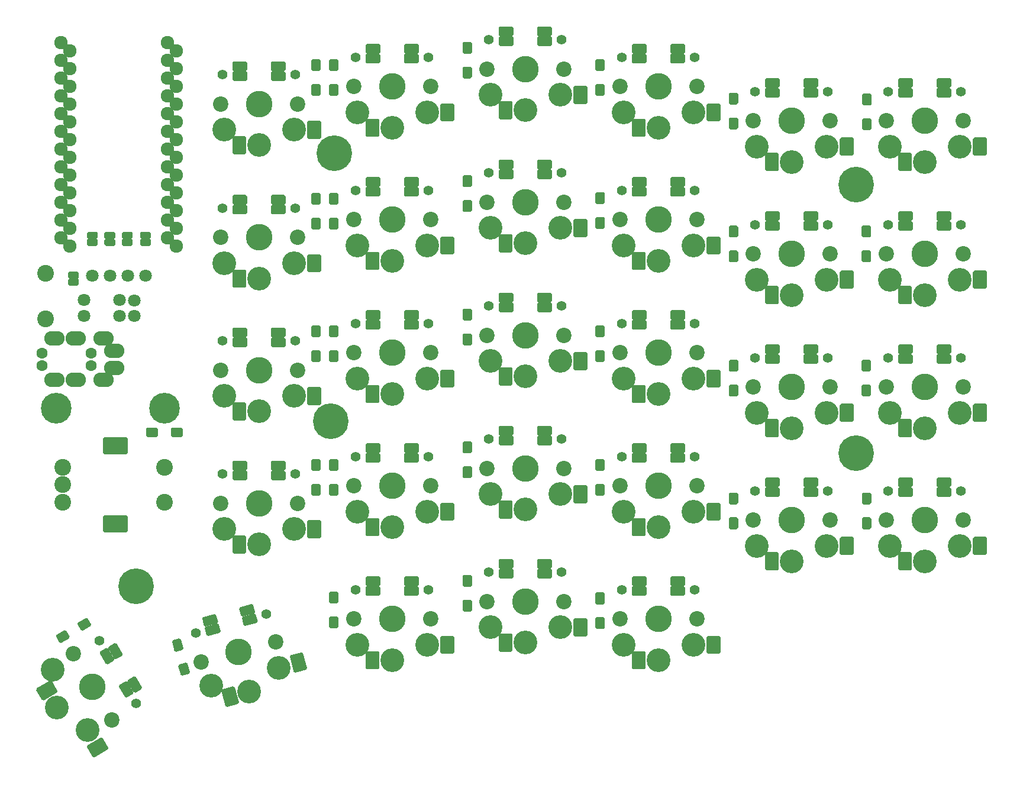
<source format=gts>
G04 #@! TF.GenerationSoftware,KiCad,Pcbnew,(5.1.9-0-10_14)*
G04 #@! TF.CreationDate,2021-02-11T10:08:35-07:00*
G04 #@! TF.ProjectId,SofleKeyboard,536f666c-654b-4657-9962-6f6172642e6b,rev?*
G04 #@! TF.SameCoordinates,Original*
G04 #@! TF.FileFunction,Soldermask,Top*
G04 #@! TF.FilePolarity,Negative*
%FSLAX46Y46*%
G04 Gerber Fmt 4.6, Leading zero omitted, Abs format (unit mm)*
G04 Created by KiCad (PCBNEW (5.1.9-0-10_14)) date 2021-02-11 10:08:35*
%MOMM*%
%LPD*%
G01*
G04 APERTURE LIST*
%ADD10C,1.400000*%
%ADD11C,3.400000*%
%ADD12C,3.800000*%
%ADD13C,2.200000*%
%ADD14C,1.924000*%
%ADD15C,4.400000*%
%ADD16C,1.797000*%
%ADD17C,2.400000*%
%ADD18C,5.100000*%
%ADD19C,1.600000*%
%ADD20O,2.900000X2.100000*%
G04 APERTURE END LIST*
G36*
G01*
X143400000Y-119201000D02*
X143400000Y-120201000D01*
G75*
G02*
X143200000Y-120401000I-200000J0D01*
G01*
X141500000Y-120401000D01*
G75*
G02*
X141300000Y-120201000I0J200000D01*
G01*
X141300000Y-119201000D01*
G75*
G02*
X141500000Y-119001000I200000J0D01*
G01*
X143200000Y-119001000D01*
G75*
G02*
X143400000Y-119201000I0J-200000D01*
G01*
G37*
G36*
G01*
X137900000Y-119201000D02*
X137900000Y-120201000D01*
G75*
G02*
X137700000Y-120401000I-200000J0D01*
G01*
X136000000Y-120401000D01*
G75*
G02*
X135800000Y-120201000I0J200000D01*
G01*
X135800000Y-119201000D01*
G75*
G02*
X136000000Y-119001000I200000J0D01*
G01*
X137700000Y-119001000D01*
G75*
G02*
X137900000Y-119201000I0J-200000D01*
G01*
G37*
G36*
G01*
X143400000Y-117801000D02*
X143400000Y-118801000D01*
G75*
G02*
X143200000Y-119001000I-200000J0D01*
G01*
X141500000Y-119001000D01*
G75*
G02*
X141300000Y-118801000I0J200000D01*
G01*
X141300000Y-117801000D01*
G75*
G02*
X141500000Y-117601000I200000J0D01*
G01*
X143200000Y-117601000D01*
G75*
G02*
X143400000Y-117801000I0J-200000D01*
G01*
G37*
G36*
G01*
X137900000Y-117801000D02*
X137900000Y-118801000D01*
G75*
G02*
X137700000Y-119001000I-200000J0D01*
G01*
X136000000Y-119001000D01*
G75*
G02*
X135800000Y-118801000I0J200000D01*
G01*
X135800000Y-117801000D01*
G75*
G02*
X136000000Y-117601000I200000J0D01*
G01*
X137700000Y-117601000D01*
G75*
G02*
X137900000Y-117801000I0J-200000D01*
G01*
G37*
D10*
X144820000Y-119500000D03*
X134380000Y-119500000D03*
D11*
X144600000Y-127400000D03*
G36*
G01*
X137800000Y-128500000D02*
X137800000Y-130700000D01*
G75*
G02*
X137600000Y-130900000I-200000J0D01*
G01*
X136000000Y-130900000D01*
G75*
G02*
X135800000Y-130700000I0J200000D01*
G01*
X135800000Y-128500000D01*
G75*
G02*
X136000000Y-128300000I200000J0D01*
G01*
X137600000Y-128300000D01*
G75*
G02*
X137800000Y-128500000I0J-200000D01*
G01*
G37*
G36*
G01*
X148500000Y-126300000D02*
X148500000Y-128500000D01*
G75*
G02*
X148300000Y-128700000I-200000J0D01*
G01*
X146700000Y-128700000D01*
G75*
G02*
X146500000Y-128500000I0J200000D01*
G01*
X146500000Y-126300000D01*
G75*
G02*
X146700000Y-126100000I200000J0D01*
G01*
X148300000Y-126100000D01*
G75*
G02*
X148500000Y-126300000I0J-200000D01*
G01*
G37*
X134600000Y-127400000D03*
X139600000Y-129600000D03*
D12*
X139600000Y-123700000D03*
D13*
X134100000Y-123700000D03*
X145100000Y-123700000D03*
G36*
G01*
X102506249Y-134441397D02*
X101640223Y-134941397D01*
G75*
G02*
X101367018Y-134868192I-100000J173205D01*
G01*
X100517018Y-133395948D01*
G75*
G02*
X100590223Y-133122743I173205J100000D01*
G01*
X101456249Y-132622743D01*
G75*
G02*
X101729454Y-132695948I100000J-173205D01*
G01*
X102579454Y-134168192D01*
G75*
G02*
X102506249Y-134441397I-173205J-100000D01*
G01*
G37*
G36*
G01*
X99756249Y-129678257D02*
X98890223Y-130178257D01*
G75*
G02*
X98617018Y-130105052I-100000J173205D01*
G01*
X97767018Y-128632808D01*
G75*
G02*
X97840223Y-128359603I173205J100000D01*
G01*
X98706249Y-127859603D01*
G75*
G02*
X98979454Y-127932808I100000J-173205D01*
G01*
X99829454Y-129405052D01*
G75*
G02*
X99756249Y-129678257I-173205J-100000D01*
G01*
G37*
G36*
G01*
X103718684Y-133741397D02*
X102852658Y-134241397D01*
G75*
G02*
X102579453Y-134168192I-100000J173205D01*
G01*
X101729453Y-132695948D01*
G75*
G02*
X101802658Y-132422743I173205J100000D01*
G01*
X102668684Y-131922743D01*
G75*
G02*
X102941889Y-131995948I100000J-173205D01*
G01*
X103791889Y-133468192D01*
G75*
G02*
X103718684Y-133741397I-173205J-100000D01*
G01*
G37*
G36*
G01*
X100968684Y-128978257D02*
X100102658Y-129478257D01*
G75*
G02*
X99829453Y-129405052I-100000J173205D01*
G01*
X98979453Y-127932808D01*
G75*
G02*
X99052658Y-127659603I173205J100000D01*
G01*
X99918684Y-127159603D01*
G75*
G02*
X100191889Y-127232808I100000J-173205D01*
G01*
X101041889Y-128705052D01*
G75*
G02*
X100968684Y-128978257I-173205J-100000D01*
G01*
G37*
D10*
X102957307Y-135820653D03*
X97737307Y-126779347D03*
D11*
X96005706Y-139580127D03*
G36*
G01*
X91653078Y-134241154D02*
X89747822Y-135341154D01*
G75*
G02*
X89474617Y-135267949I-100000J173205D01*
G01*
X88674617Y-133882309D01*
G75*
G02*
X88747822Y-133609104I173205J100000D01*
G01*
X90653078Y-132509104D01*
G75*
G02*
X90926283Y-132582309I100000J-173205D01*
G01*
X91726283Y-133967949D01*
G75*
G02*
X91653078Y-134241154I-173205J-100000D01*
G01*
G37*
G36*
G01*
X98908334Y-142407626D02*
X97003078Y-143507626D01*
G75*
G02*
X96729873Y-143434421I-100000J173205D01*
G01*
X95929873Y-142048781D01*
G75*
G02*
X96003078Y-141775576I173205J100000D01*
G01*
X97908334Y-140675576D01*
G75*
G02*
X98181539Y-140748781I100000J-173205D01*
G01*
X98981539Y-142134421D01*
G75*
G02*
X98908334Y-142407626I-173205J-100000D01*
G01*
G37*
X91005706Y-130919873D03*
X91600450Y-136350000D03*
D12*
X96710000Y-133400000D03*
D13*
X93960000Y-128636860D03*
X99460000Y-138163140D03*
G36*
G01*
X181500000Y-119201000D02*
X181500000Y-120201000D01*
G75*
G02*
X181300000Y-120401000I-200000J0D01*
G01*
X179600000Y-120401000D01*
G75*
G02*
X179400000Y-120201000I0J200000D01*
G01*
X179400000Y-119201000D01*
G75*
G02*
X179600000Y-119001000I200000J0D01*
G01*
X181300000Y-119001000D01*
G75*
G02*
X181500000Y-119201000I0J-200000D01*
G01*
G37*
G36*
G01*
X176000000Y-119201000D02*
X176000000Y-120201000D01*
G75*
G02*
X175800000Y-120401000I-200000J0D01*
G01*
X174100000Y-120401000D01*
G75*
G02*
X173900000Y-120201000I0J200000D01*
G01*
X173900000Y-119201000D01*
G75*
G02*
X174100000Y-119001000I200000J0D01*
G01*
X175800000Y-119001000D01*
G75*
G02*
X176000000Y-119201000I0J-200000D01*
G01*
G37*
G36*
G01*
X181500000Y-117801000D02*
X181500000Y-118801000D01*
G75*
G02*
X181300000Y-119001000I-200000J0D01*
G01*
X179600000Y-119001000D01*
G75*
G02*
X179400000Y-118801000I0J200000D01*
G01*
X179400000Y-117801000D01*
G75*
G02*
X179600000Y-117601000I200000J0D01*
G01*
X181300000Y-117601000D01*
G75*
G02*
X181500000Y-117801000I0J-200000D01*
G01*
G37*
G36*
G01*
X176000000Y-117801000D02*
X176000000Y-118801000D01*
G75*
G02*
X175800000Y-119001000I-200000J0D01*
G01*
X174100000Y-119001000D01*
G75*
G02*
X173900000Y-118801000I0J200000D01*
G01*
X173900000Y-117801000D01*
G75*
G02*
X174100000Y-117601000I200000J0D01*
G01*
X175800000Y-117601000D01*
G75*
G02*
X176000000Y-117801000I0J-200000D01*
G01*
G37*
D10*
X182920000Y-119500000D03*
X172480000Y-119500000D03*
D11*
X182700000Y-127400000D03*
G36*
G01*
X175900000Y-128500000D02*
X175900000Y-130700000D01*
G75*
G02*
X175700000Y-130900000I-200000J0D01*
G01*
X174100000Y-130900000D01*
G75*
G02*
X173900000Y-130700000I0J200000D01*
G01*
X173900000Y-128500000D01*
G75*
G02*
X174100000Y-128300000I200000J0D01*
G01*
X175700000Y-128300000D01*
G75*
G02*
X175900000Y-128500000I0J-200000D01*
G01*
G37*
G36*
G01*
X186600000Y-126300000D02*
X186600000Y-128500000D01*
G75*
G02*
X186400000Y-128700000I-200000J0D01*
G01*
X184800000Y-128700000D01*
G75*
G02*
X184600000Y-128500000I0J200000D01*
G01*
X184600000Y-126300000D01*
G75*
G02*
X184800000Y-126100000I200000J0D01*
G01*
X186400000Y-126100000D01*
G75*
G02*
X186600000Y-126300000I0J-200000D01*
G01*
G37*
X172700000Y-127400000D03*
X177700000Y-129600000D03*
D12*
X177700000Y-123700000D03*
D13*
X172200000Y-123700000D03*
X183200000Y-123700000D03*
G36*
G01*
X200550000Y-47901000D02*
X200550000Y-48901000D01*
G75*
G02*
X200350000Y-49101000I-200000J0D01*
G01*
X198650000Y-49101000D01*
G75*
G02*
X198450000Y-48901000I0J200000D01*
G01*
X198450000Y-47901000D01*
G75*
G02*
X198650000Y-47701000I200000J0D01*
G01*
X200350000Y-47701000D01*
G75*
G02*
X200550000Y-47901000I0J-200000D01*
G01*
G37*
G36*
G01*
X195050000Y-47901000D02*
X195050000Y-48901000D01*
G75*
G02*
X194850000Y-49101000I-200000J0D01*
G01*
X193150000Y-49101000D01*
G75*
G02*
X192950000Y-48901000I0J200000D01*
G01*
X192950000Y-47901000D01*
G75*
G02*
X193150000Y-47701000I200000J0D01*
G01*
X194850000Y-47701000D01*
G75*
G02*
X195050000Y-47901000I0J-200000D01*
G01*
G37*
G36*
G01*
X200550000Y-46501000D02*
X200550000Y-47501000D01*
G75*
G02*
X200350000Y-47701000I-200000J0D01*
G01*
X198650000Y-47701000D01*
G75*
G02*
X198450000Y-47501000I0J200000D01*
G01*
X198450000Y-46501000D01*
G75*
G02*
X198650000Y-46301000I200000J0D01*
G01*
X200350000Y-46301000D01*
G75*
G02*
X200550000Y-46501000I0J-200000D01*
G01*
G37*
G36*
G01*
X195050000Y-46501000D02*
X195050000Y-47501000D01*
G75*
G02*
X194850000Y-47701000I-200000J0D01*
G01*
X193150000Y-47701000D01*
G75*
G02*
X192950000Y-47501000I0J200000D01*
G01*
X192950000Y-46501000D01*
G75*
G02*
X193150000Y-46301000I200000J0D01*
G01*
X194850000Y-46301000D01*
G75*
G02*
X195050000Y-46501000I0J-200000D01*
G01*
G37*
D10*
X201970000Y-48200000D03*
X191530000Y-48200000D03*
D11*
X201750000Y-56100000D03*
G36*
G01*
X194950000Y-57200000D02*
X194950000Y-59400000D01*
G75*
G02*
X194750000Y-59600000I-200000J0D01*
G01*
X193150000Y-59600000D01*
G75*
G02*
X192950000Y-59400000I0J200000D01*
G01*
X192950000Y-57200000D01*
G75*
G02*
X193150000Y-57000000I200000J0D01*
G01*
X194750000Y-57000000D01*
G75*
G02*
X194950000Y-57200000I0J-200000D01*
G01*
G37*
G36*
G01*
X205650000Y-55000000D02*
X205650000Y-57200000D01*
G75*
G02*
X205450000Y-57400000I-200000J0D01*
G01*
X203850000Y-57400000D01*
G75*
G02*
X203650000Y-57200000I0J200000D01*
G01*
X203650000Y-55000000D01*
G75*
G02*
X203850000Y-54800000I200000J0D01*
G01*
X205450000Y-54800000D01*
G75*
G02*
X205650000Y-55000000I0J-200000D01*
G01*
G37*
X191750000Y-56100000D03*
X196750000Y-58300000D03*
D12*
X196750000Y-52400000D03*
D13*
X191250000Y-52400000D03*
X202250000Y-52400000D03*
G36*
G01*
X124350000Y-45501000D02*
X124350000Y-46501000D01*
G75*
G02*
X124150000Y-46701000I-200000J0D01*
G01*
X122450000Y-46701000D01*
G75*
G02*
X122250000Y-46501000I0J200000D01*
G01*
X122250000Y-45501000D01*
G75*
G02*
X122450000Y-45301000I200000J0D01*
G01*
X124150000Y-45301000D01*
G75*
G02*
X124350000Y-45501000I0J-200000D01*
G01*
G37*
G36*
G01*
X118850000Y-45501000D02*
X118850000Y-46501000D01*
G75*
G02*
X118650000Y-46701000I-200000J0D01*
G01*
X116950000Y-46701000D01*
G75*
G02*
X116750000Y-46501000I0J200000D01*
G01*
X116750000Y-45501000D01*
G75*
G02*
X116950000Y-45301000I200000J0D01*
G01*
X118650000Y-45301000D01*
G75*
G02*
X118850000Y-45501000I0J-200000D01*
G01*
G37*
G36*
G01*
X124350000Y-44101000D02*
X124350000Y-45101000D01*
G75*
G02*
X124150000Y-45301000I-200000J0D01*
G01*
X122450000Y-45301000D01*
G75*
G02*
X122250000Y-45101000I0J200000D01*
G01*
X122250000Y-44101000D01*
G75*
G02*
X122450000Y-43901000I200000J0D01*
G01*
X124150000Y-43901000D01*
G75*
G02*
X124350000Y-44101000I0J-200000D01*
G01*
G37*
G36*
G01*
X118850000Y-44101000D02*
X118850000Y-45101000D01*
G75*
G02*
X118650000Y-45301000I-200000J0D01*
G01*
X116950000Y-45301000D01*
G75*
G02*
X116750000Y-45101000I0J200000D01*
G01*
X116750000Y-44101000D01*
G75*
G02*
X116950000Y-43901000I200000J0D01*
G01*
X118650000Y-43901000D01*
G75*
G02*
X118850000Y-44101000I0J-200000D01*
G01*
G37*
D10*
X125770000Y-45800000D03*
X115330000Y-45800000D03*
D11*
X125550000Y-53700000D03*
G36*
G01*
X118750000Y-54800000D02*
X118750000Y-57000000D01*
G75*
G02*
X118550000Y-57200000I-200000J0D01*
G01*
X116950000Y-57200000D01*
G75*
G02*
X116750000Y-57000000I0J200000D01*
G01*
X116750000Y-54800000D01*
G75*
G02*
X116950000Y-54600000I200000J0D01*
G01*
X118550000Y-54600000D01*
G75*
G02*
X118750000Y-54800000I0J-200000D01*
G01*
G37*
G36*
G01*
X129450000Y-52600000D02*
X129450000Y-54800000D01*
G75*
G02*
X129250000Y-55000000I-200000J0D01*
G01*
X127650000Y-55000000D01*
G75*
G02*
X127450000Y-54800000I0J200000D01*
G01*
X127450000Y-52600000D01*
G75*
G02*
X127650000Y-52400000I200000J0D01*
G01*
X129250000Y-52400000D01*
G75*
G02*
X129450000Y-52600000I0J-200000D01*
G01*
G37*
X115550000Y-53700000D03*
X120550000Y-55900000D03*
D12*
X120550000Y-50000000D03*
D13*
X115050000Y-50000000D03*
X126050000Y-50000000D03*
G36*
G01*
X162450000Y-40501000D02*
X162450000Y-41501000D01*
G75*
G02*
X162250000Y-41701000I-200000J0D01*
G01*
X160550000Y-41701000D01*
G75*
G02*
X160350000Y-41501000I0J200000D01*
G01*
X160350000Y-40501000D01*
G75*
G02*
X160550000Y-40301000I200000J0D01*
G01*
X162250000Y-40301000D01*
G75*
G02*
X162450000Y-40501000I0J-200000D01*
G01*
G37*
G36*
G01*
X156950000Y-40501000D02*
X156950000Y-41501000D01*
G75*
G02*
X156750000Y-41701000I-200000J0D01*
G01*
X155050000Y-41701000D01*
G75*
G02*
X154850000Y-41501000I0J200000D01*
G01*
X154850000Y-40501000D01*
G75*
G02*
X155050000Y-40301000I200000J0D01*
G01*
X156750000Y-40301000D01*
G75*
G02*
X156950000Y-40501000I0J-200000D01*
G01*
G37*
G36*
G01*
X162450000Y-39101000D02*
X162450000Y-40101000D01*
G75*
G02*
X162250000Y-40301000I-200000J0D01*
G01*
X160550000Y-40301000D01*
G75*
G02*
X160350000Y-40101000I0J200000D01*
G01*
X160350000Y-39101000D01*
G75*
G02*
X160550000Y-38901000I200000J0D01*
G01*
X162250000Y-38901000D01*
G75*
G02*
X162450000Y-39101000I0J-200000D01*
G01*
G37*
G36*
G01*
X156950000Y-39101000D02*
X156950000Y-40101000D01*
G75*
G02*
X156750000Y-40301000I-200000J0D01*
G01*
X155050000Y-40301000D01*
G75*
G02*
X154850000Y-40101000I0J200000D01*
G01*
X154850000Y-39101000D01*
G75*
G02*
X155050000Y-38901000I200000J0D01*
G01*
X156750000Y-38901000D01*
G75*
G02*
X156950000Y-39101000I0J-200000D01*
G01*
G37*
D10*
X163870000Y-40800000D03*
X153430000Y-40800000D03*
D11*
X163650000Y-48700000D03*
G36*
G01*
X156850000Y-49800000D02*
X156850000Y-52000000D01*
G75*
G02*
X156650000Y-52200000I-200000J0D01*
G01*
X155050000Y-52200000D01*
G75*
G02*
X154850000Y-52000000I0J200000D01*
G01*
X154850000Y-49800000D01*
G75*
G02*
X155050000Y-49600000I200000J0D01*
G01*
X156650000Y-49600000D01*
G75*
G02*
X156850000Y-49800000I0J-200000D01*
G01*
G37*
G36*
G01*
X167550000Y-47600000D02*
X167550000Y-49800000D01*
G75*
G02*
X167350000Y-50000000I-200000J0D01*
G01*
X165750000Y-50000000D01*
G75*
G02*
X165550000Y-49800000I0J200000D01*
G01*
X165550000Y-47600000D01*
G75*
G02*
X165750000Y-47400000I200000J0D01*
G01*
X167350000Y-47400000D01*
G75*
G02*
X167550000Y-47600000I0J-200000D01*
G01*
G37*
X153650000Y-48700000D03*
X158650000Y-50900000D03*
D12*
X158650000Y-45000000D03*
D13*
X153150000Y-45000000D03*
X164150000Y-45000000D03*
G36*
G01*
X143400000Y-43001000D02*
X143400000Y-44001000D01*
G75*
G02*
X143200000Y-44201000I-200000J0D01*
G01*
X141500000Y-44201000D01*
G75*
G02*
X141300000Y-44001000I0J200000D01*
G01*
X141300000Y-43001000D01*
G75*
G02*
X141500000Y-42801000I200000J0D01*
G01*
X143200000Y-42801000D01*
G75*
G02*
X143400000Y-43001000I0J-200000D01*
G01*
G37*
G36*
G01*
X137900000Y-43001000D02*
X137900000Y-44001000D01*
G75*
G02*
X137700000Y-44201000I-200000J0D01*
G01*
X136000000Y-44201000D01*
G75*
G02*
X135800000Y-44001000I0J200000D01*
G01*
X135800000Y-43001000D01*
G75*
G02*
X136000000Y-42801000I200000J0D01*
G01*
X137700000Y-42801000D01*
G75*
G02*
X137900000Y-43001000I0J-200000D01*
G01*
G37*
G36*
G01*
X143400000Y-41601000D02*
X143400000Y-42601000D01*
G75*
G02*
X143200000Y-42801000I-200000J0D01*
G01*
X141500000Y-42801000D01*
G75*
G02*
X141300000Y-42601000I0J200000D01*
G01*
X141300000Y-41601000D01*
G75*
G02*
X141500000Y-41401000I200000J0D01*
G01*
X143200000Y-41401000D01*
G75*
G02*
X143400000Y-41601000I0J-200000D01*
G01*
G37*
G36*
G01*
X137900000Y-41601000D02*
X137900000Y-42601000D01*
G75*
G02*
X137700000Y-42801000I-200000J0D01*
G01*
X136000000Y-42801000D01*
G75*
G02*
X135800000Y-42601000I0J200000D01*
G01*
X135800000Y-41601000D01*
G75*
G02*
X136000000Y-41401000I200000J0D01*
G01*
X137700000Y-41401000D01*
G75*
G02*
X137900000Y-41601000I0J-200000D01*
G01*
G37*
D10*
X144820000Y-43300000D03*
X134380000Y-43300000D03*
D11*
X144600000Y-51200000D03*
G36*
G01*
X137800000Y-52300000D02*
X137800000Y-54500000D01*
G75*
G02*
X137600000Y-54700000I-200000J0D01*
G01*
X136000000Y-54700000D01*
G75*
G02*
X135800000Y-54500000I0J200000D01*
G01*
X135800000Y-52300000D01*
G75*
G02*
X136000000Y-52100000I200000J0D01*
G01*
X137600000Y-52100000D01*
G75*
G02*
X137800000Y-52300000I0J-200000D01*
G01*
G37*
G36*
G01*
X148500000Y-50100000D02*
X148500000Y-52300000D01*
G75*
G02*
X148300000Y-52500000I-200000J0D01*
G01*
X146700000Y-52500000D01*
G75*
G02*
X146500000Y-52300000I0J200000D01*
G01*
X146500000Y-50100000D01*
G75*
G02*
X146700000Y-49900000I200000J0D01*
G01*
X148300000Y-49900000D01*
G75*
G02*
X148500000Y-50100000I0J-200000D01*
G01*
G37*
X134600000Y-51200000D03*
X139600000Y-53400000D03*
D12*
X139600000Y-47500000D03*
D13*
X134100000Y-47500000D03*
X145100000Y-47500000D03*
G36*
G01*
X181500000Y-43001000D02*
X181500000Y-44001000D01*
G75*
G02*
X181300000Y-44201000I-200000J0D01*
G01*
X179600000Y-44201000D01*
G75*
G02*
X179400000Y-44001000I0J200000D01*
G01*
X179400000Y-43001000D01*
G75*
G02*
X179600000Y-42801000I200000J0D01*
G01*
X181300000Y-42801000D01*
G75*
G02*
X181500000Y-43001000I0J-200000D01*
G01*
G37*
G36*
G01*
X176000000Y-43001000D02*
X176000000Y-44001000D01*
G75*
G02*
X175800000Y-44201000I-200000J0D01*
G01*
X174100000Y-44201000D01*
G75*
G02*
X173900000Y-44001000I0J200000D01*
G01*
X173900000Y-43001000D01*
G75*
G02*
X174100000Y-42801000I200000J0D01*
G01*
X175800000Y-42801000D01*
G75*
G02*
X176000000Y-43001000I0J-200000D01*
G01*
G37*
G36*
G01*
X181500000Y-41601000D02*
X181500000Y-42601000D01*
G75*
G02*
X181300000Y-42801000I-200000J0D01*
G01*
X179600000Y-42801000D01*
G75*
G02*
X179400000Y-42601000I0J200000D01*
G01*
X179400000Y-41601000D01*
G75*
G02*
X179600000Y-41401000I200000J0D01*
G01*
X181300000Y-41401000D01*
G75*
G02*
X181500000Y-41601000I0J-200000D01*
G01*
G37*
G36*
G01*
X176000000Y-41601000D02*
X176000000Y-42601000D01*
G75*
G02*
X175800000Y-42801000I-200000J0D01*
G01*
X174100000Y-42801000D01*
G75*
G02*
X173900000Y-42601000I0J200000D01*
G01*
X173900000Y-41601000D01*
G75*
G02*
X174100000Y-41401000I200000J0D01*
G01*
X175800000Y-41401000D01*
G75*
G02*
X176000000Y-41601000I0J-200000D01*
G01*
G37*
D10*
X182920000Y-43300000D03*
X172480000Y-43300000D03*
D11*
X182700000Y-51200000D03*
G36*
G01*
X175900000Y-52300000D02*
X175900000Y-54500000D01*
G75*
G02*
X175700000Y-54700000I-200000J0D01*
G01*
X174100000Y-54700000D01*
G75*
G02*
X173900000Y-54500000I0J200000D01*
G01*
X173900000Y-52300000D01*
G75*
G02*
X174100000Y-52100000I200000J0D01*
G01*
X175700000Y-52100000D01*
G75*
G02*
X175900000Y-52300000I0J-200000D01*
G01*
G37*
G36*
G01*
X186600000Y-50100000D02*
X186600000Y-52300000D01*
G75*
G02*
X186400000Y-52500000I-200000J0D01*
G01*
X184800000Y-52500000D01*
G75*
G02*
X184600000Y-52300000I0J200000D01*
G01*
X184600000Y-50100000D01*
G75*
G02*
X184800000Y-49900000I200000J0D01*
G01*
X186400000Y-49900000D01*
G75*
G02*
X186600000Y-50100000I0J-200000D01*
G01*
G37*
X172700000Y-51200000D03*
X177700000Y-53400000D03*
D12*
X177700000Y-47500000D03*
D13*
X172200000Y-47500000D03*
X183200000Y-47500000D03*
G36*
G01*
X200550000Y-105051000D02*
X200550000Y-106051000D01*
G75*
G02*
X200350000Y-106251000I-200000J0D01*
G01*
X198650000Y-106251000D01*
G75*
G02*
X198450000Y-106051000I0J200000D01*
G01*
X198450000Y-105051000D01*
G75*
G02*
X198650000Y-104851000I200000J0D01*
G01*
X200350000Y-104851000D01*
G75*
G02*
X200550000Y-105051000I0J-200000D01*
G01*
G37*
G36*
G01*
X195050000Y-105051000D02*
X195050000Y-106051000D01*
G75*
G02*
X194850000Y-106251000I-200000J0D01*
G01*
X193150000Y-106251000D01*
G75*
G02*
X192950000Y-106051000I0J200000D01*
G01*
X192950000Y-105051000D01*
G75*
G02*
X193150000Y-104851000I200000J0D01*
G01*
X194850000Y-104851000D01*
G75*
G02*
X195050000Y-105051000I0J-200000D01*
G01*
G37*
G36*
G01*
X200550000Y-103651000D02*
X200550000Y-104651000D01*
G75*
G02*
X200350000Y-104851000I-200000J0D01*
G01*
X198650000Y-104851000D01*
G75*
G02*
X198450000Y-104651000I0J200000D01*
G01*
X198450000Y-103651000D01*
G75*
G02*
X198650000Y-103451000I200000J0D01*
G01*
X200350000Y-103451000D01*
G75*
G02*
X200550000Y-103651000I0J-200000D01*
G01*
G37*
G36*
G01*
X195050000Y-103651000D02*
X195050000Y-104651000D01*
G75*
G02*
X194850000Y-104851000I-200000J0D01*
G01*
X193150000Y-104851000D01*
G75*
G02*
X192950000Y-104651000I0J200000D01*
G01*
X192950000Y-103651000D01*
G75*
G02*
X193150000Y-103451000I200000J0D01*
G01*
X194850000Y-103451000D01*
G75*
G02*
X195050000Y-103651000I0J-200000D01*
G01*
G37*
D10*
X201970000Y-105350000D03*
X191530000Y-105350000D03*
D11*
X201750000Y-113250000D03*
G36*
G01*
X194950000Y-114350000D02*
X194950000Y-116550000D01*
G75*
G02*
X194750000Y-116750000I-200000J0D01*
G01*
X193150000Y-116750000D01*
G75*
G02*
X192950000Y-116550000I0J200000D01*
G01*
X192950000Y-114350000D01*
G75*
G02*
X193150000Y-114150000I200000J0D01*
G01*
X194750000Y-114150000D01*
G75*
G02*
X194950000Y-114350000I0J-200000D01*
G01*
G37*
G36*
G01*
X205650000Y-112150000D02*
X205650000Y-114350000D01*
G75*
G02*
X205450000Y-114550000I-200000J0D01*
G01*
X203850000Y-114550000D01*
G75*
G02*
X203650000Y-114350000I0J200000D01*
G01*
X203650000Y-112150000D01*
G75*
G02*
X203850000Y-111950000I200000J0D01*
G01*
X205450000Y-111950000D01*
G75*
G02*
X205650000Y-112150000I0J-200000D01*
G01*
G37*
X191750000Y-113250000D03*
X196750000Y-115450000D03*
D12*
X196750000Y-109550000D03*
D13*
X191250000Y-109550000D03*
X202250000Y-109550000D03*
G36*
G01*
X162450000Y-116701000D02*
X162450000Y-117701000D01*
G75*
G02*
X162250000Y-117901000I-200000J0D01*
G01*
X160550000Y-117901000D01*
G75*
G02*
X160350000Y-117701000I0J200000D01*
G01*
X160350000Y-116701000D01*
G75*
G02*
X160550000Y-116501000I200000J0D01*
G01*
X162250000Y-116501000D01*
G75*
G02*
X162450000Y-116701000I0J-200000D01*
G01*
G37*
G36*
G01*
X156950000Y-116701000D02*
X156950000Y-117701000D01*
G75*
G02*
X156750000Y-117901000I-200000J0D01*
G01*
X155050000Y-117901000D01*
G75*
G02*
X154850000Y-117701000I0J200000D01*
G01*
X154850000Y-116701000D01*
G75*
G02*
X155050000Y-116501000I200000J0D01*
G01*
X156750000Y-116501000D01*
G75*
G02*
X156950000Y-116701000I0J-200000D01*
G01*
G37*
G36*
G01*
X162450000Y-115301000D02*
X162450000Y-116301000D01*
G75*
G02*
X162250000Y-116501000I-200000J0D01*
G01*
X160550000Y-116501000D01*
G75*
G02*
X160350000Y-116301000I0J200000D01*
G01*
X160350000Y-115301000D01*
G75*
G02*
X160550000Y-115101000I200000J0D01*
G01*
X162250000Y-115101000D01*
G75*
G02*
X162450000Y-115301000I0J-200000D01*
G01*
G37*
G36*
G01*
X156950000Y-115301000D02*
X156950000Y-116301000D01*
G75*
G02*
X156750000Y-116501000I-200000J0D01*
G01*
X155050000Y-116501000D01*
G75*
G02*
X154850000Y-116301000I0J200000D01*
G01*
X154850000Y-115301000D01*
G75*
G02*
X155050000Y-115101000I200000J0D01*
G01*
X156750000Y-115101000D01*
G75*
G02*
X156950000Y-115301000I0J-200000D01*
G01*
G37*
D10*
X163870000Y-117000000D03*
X153430000Y-117000000D03*
D11*
X163650000Y-124900000D03*
G36*
G01*
X156850000Y-126000000D02*
X156850000Y-128200000D01*
G75*
G02*
X156650000Y-128400000I-200000J0D01*
G01*
X155050000Y-128400000D01*
G75*
G02*
X154850000Y-128200000I0J200000D01*
G01*
X154850000Y-126000000D01*
G75*
G02*
X155050000Y-125800000I200000J0D01*
G01*
X156650000Y-125800000D01*
G75*
G02*
X156850000Y-126000000I0J-200000D01*
G01*
G37*
G36*
G01*
X167550000Y-123800000D02*
X167550000Y-126000000D01*
G75*
G02*
X167350000Y-126200000I-200000J0D01*
G01*
X165750000Y-126200000D01*
G75*
G02*
X165550000Y-126000000I0J200000D01*
G01*
X165550000Y-123800000D01*
G75*
G02*
X165750000Y-123600000I200000J0D01*
G01*
X167350000Y-123600000D01*
G75*
G02*
X167550000Y-123800000I0J-200000D01*
G01*
G37*
X153650000Y-124900000D03*
X158650000Y-127100000D03*
D12*
X158650000Y-121200000D03*
D13*
X153150000Y-121200000D03*
X164150000Y-121200000D03*
G36*
G01*
X200550000Y-86001000D02*
X200550000Y-87001000D01*
G75*
G02*
X200350000Y-87201000I-200000J0D01*
G01*
X198650000Y-87201000D01*
G75*
G02*
X198450000Y-87001000I0J200000D01*
G01*
X198450000Y-86001000D01*
G75*
G02*
X198650000Y-85801000I200000J0D01*
G01*
X200350000Y-85801000D01*
G75*
G02*
X200550000Y-86001000I0J-200000D01*
G01*
G37*
G36*
G01*
X195050000Y-86001000D02*
X195050000Y-87001000D01*
G75*
G02*
X194850000Y-87201000I-200000J0D01*
G01*
X193150000Y-87201000D01*
G75*
G02*
X192950000Y-87001000I0J200000D01*
G01*
X192950000Y-86001000D01*
G75*
G02*
X193150000Y-85801000I200000J0D01*
G01*
X194850000Y-85801000D01*
G75*
G02*
X195050000Y-86001000I0J-200000D01*
G01*
G37*
G36*
G01*
X200550000Y-84601000D02*
X200550000Y-85601000D01*
G75*
G02*
X200350000Y-85801000I-200000J0D01*
G01*
X198650000Y-85801000D01*
G75*
G02*
X198450000Y-85601000I0J200000D01*
G01*
X198450000Y-84601000D01*
G75*
G02*
X198650000Y-84401000I200000J0D01*
G01*
X200350000Y-84401000D01*
G75*
G02*
X200550000Y-84601000I0J-200000D01*
G01*
G37*
G36*
G01*
X195050000Y-84601000D02*
X195050000Y-85601000D01*
G75*
G02*
X194850000Y-85801000I-200000J0D01*
G01*
X193150000Y-85801000D01*
G75*
G02*
X192950000Y-85601000I0J200000D01*
G01*
X192950000Y-84601000D01*
G75*
G02*
X193150000Y-84401000I200000J0D01*
G01*
X194850000Y-84401000D01*
G75*
G02*
X195050000Y-84601000I0J-200000D01*
G01*
G37*
D10*
X201970000Y-86300000D03*
X191530000Y-86300000D03*
D11*
X201750000Y-94200000D03*
G36*
G01*
X194950000Y-95300000D02*
X194950000Y-97500000D01*
G75*
G02*
X194750000Y-97700000I-200000J0D01*
G01*
X193150000Y-97700000D01*
G75*
G02*
X192950000Y-97500000I0J200000D01*
G01*
X192950000Y-95300000D01*
G75*
G02*
X193150000Y-95100000I200000J0D01*
G01*
X194750000Y-95100000D01*
G75*
G02*
X194950000Y-95300000I0J-200000D01*
G01*
G37*
G36*
G01*
X205650000Y-93100000D02*
X205650000Y-95300000D01*
G75*
G02*
X205450000Y-95500000I-200000J0D01*
G01*
X203850000Y-95500000D01*
G75*
G02*
X203650000Y-95300000I0J200000D01*
G01*
X203650000Y-93100000D01*
G75*
G02*
X203850000Y-92900000I200000J0D01*
G01*
X205450000Y-92900000D01*
G75*
G02*
X205650000Y-93100000I0J-200000D01*
G01*
G37*
X191750000Y-94200000D03*
X196750000Y-96400000D03*
D12*
X196750000Y-90500000D03*
D13*
X191250000Y-90500000D03*
X202250000Y-90500000D03*
G36*
G01*
X120106091Y-123070787D02*
X120364910Y-124036713D01*
G75*
G02*
X120223489Y-124281662I-193185J-51764D01*
G01*
X118581416Y-124721654D01*
G75*
G02*
X118336467Y-124580233I-51764J193185D01*
G01*
X118077648Y-123614307D01*
G75*
G02*
X118219069Y-123369358I193185J51764D01*
G01*
X119861142Y-122929366D01*
G75*
G02*
X120106091Y-123070787I51764J-193185D01*
G01*
G37*
G36*
G01*
X114793499Y-124494292D02*
X115052318Y-125460218D01*
G75*
G02*
X114910897Y-125705167I-193185J-51764D01*
G01*
X113268824Y-126145159D01*
G75*
G02*
X113023875Y-126003738I-51764J193185D01*
G01*
X112765056Y-125037812D01*
G75*
G02*
X112906477Y-124792863I193185J51764D01*
G01*
X114548550Y-124352871D01*
G75*
G02*
X114793499Y-124494292I51764J-193185D01*
G01*
G37*
G36*
G01*
X119743744Y-121718491D02*
X120002563Y-122684417D01*
G75*
G02*
X119861142Y-122929366I-193185J-51764D01*
G01*
X118219069Y-123369358D01*
G75*
G02*
X117974120Y-123227937I-51764J193185D01*
G01*
X117715301Y-122262011D01*
G75*
G02*
X117856722Y-122017062I193185J51764D01*
G01*
X119498795Y-121577070D01*
G75*
G02*
X119743744Y-121718491I51764J-193185D01*
G01*
G37*
G36*
G01*
X114431152Y-123141996D02*
X114689971Y-124107922D01*
G75*
G02*
X114548550Y-124352871I-193185J-51764D01*
G01*
X112906477Y-124792863D01*
G75*
G02*
X112661528Y-124651442I-51764J193185D01*
G01*
X112402709Y-123685516D01*
G75*
G02*
X112544130Y-123440567I193185J51764D01*
G01*
X114186203Y-123000575D01*
G75*
G02*
X114431152Y-123141996I51764J-193185D01*
G01*
G37*
D10*
X121555093Y-122992076D03*
X111470827Y-125694147D03*
D11*
X123387260Y-130679830D03*
G36*
G01*
X117103665Y-133502318D02*
X117673067Y-135627355D01*
G75*
G02*
X117531646Y-135872304I-193185J-51764D01*
G01*
X115986164Y-136286415D01*
G75*
G02*
X115741215Y-136144994I-51764J193185D01*
G01*
X115171813Y-134019957D01*
G75*
G02*
X115313234Y-133775008I193185J51764D01*
G01*
X116858716Y-133360897D01*
G75*
G02*
X117103665Y-133502318I51764J-193185D01*
G01*
G37*
G36*
G01*
X126869669Y-128607917D02*
X127439071Y-130732954D01*
G75*
G02*
X127297650Y-130977903I-193185J-51764D01*
G01*
X125752168Y-131392014D01*
G75*
G02*
X125507219Y-131250593I-51764J193185D01*
G01*
X124937817Y-129125556D01*
G75*
G02*
X125079238Y-128880607I193185J51764D01*
G01*
X126624720Y-128466496D01*
G75*
G02*
X126869669Y-128607917I51764J-193185D01*
G01*
G37*
X113728001Y-133268021D03*
X119127032Y-134098962D03*
D12*
X117600000Y-128400000D03*
D13*
X112287408Y-129823505D03*
X122912592Y-126976495D03*
G36*
G01*
X219600000Y-105051000D02*
X219600000Y-106051000D01*
G75*
G02*
X219400000Y-106251000I-200000J0D01*
G01*
X217700000Y-106251000D01*
G75*
G02*
X217500000Y-106051000I0J200000D01*
G01*
X217500000Y-105051000D01*
G75*
G02*
X217700000Y-104851000I200000J0D01*
G01*
X219400000Y-104851000D01*
G75*
G02*
X219600000Y-105051000I0J-200000D01*
G01*
G37*
G36*
G01*
X214100000Y-105051000D02*
X214100000Y-106051000D01*
G75*
G02*
X213900000Y-106251000I-200000J0D01*
G01*
X212200000Y-106251000D01*
G75*
G02*
X212000000Y-106051000I0J200000D01*
G01*
X212000000Y-105051000D01*
G75*
G02*
X212200000Y-104851000I200000J0D01*
G01*
X213900000Y-104851000D01*
G75*
G02*
X214100000Y-105051000I0J-200000D01*
G01*
G37*
G36*
G01*
X219600000Y-103651000D02*
X219600000Y-104651000D01*
G75*
G02*
X219400000Y-104851000I-200000J0D01*
G01*
X217700000Y-104851000D01*
G75*
G02*
X217500000Y-104651000I0J200000D01*
G01*
X217500000Y-103651000D01*
G75*
G02*
X217700000Y-103451000I200000J0D01*
G01*
X219400000Y-103451000D01*
G75*
G02*
X219600000Y-103651000I0J-200000D01*
G01*
G37*
G36*
G01*
X214100000Y-103651000D02*
X214100000Y-104651000D01*
G75*
G02*
X213900000Y-104851000I-200000J0D01*
G01*
X212200000Y-104851000D01*
G75*
G02*
X212000000Y-104651000I0J200000D01*
G01*
X212000000Y-103651000D01*
G75*
G02*
X212200000Y-103451000I200000J0D01*
G01*
X213900000Y-103451000D01*
G75*
G02*
X214100000Y-103651000I0J-200000D01*
G01*
G37*
D10*
X221020000Y-105350000D03*
X210580000Y-105350000D03*
D11*
X220800000Y-113250000D03*
G36*
G01*
X214000000Y-114350000D02*
X214000000Y-116550000D01*
G75*
G02*
X213800000Y-116750000I-200000J0D01*
G01*
X212200000Y-116750000D01*
G75*
G02*
X212000000Y-116550000I0J200000D01*
G01*
X212000000Y-114350000D01*
G75*
G02*
X212200000Y-114150000I200000J0D01*
G01*
X213800000Y-114150000D01*
G75*
G02*
X214000000Y-114350000I0J-200000D01*
G01*
G37*
G36*
G01*
X224700000Y-112150000D02*
X224700000Y-114350000D01*
G75*
G02*
X224500000Y-114550000I-200000J0D01*
G01*
X222900000Y-114550000D01*
G75*
G02*
X222700000Y-114350000I0J200000D01*
G01*
X222700000Y-112150000D01*
G75*
G02*
X222900000Y-111950000I200000J0D01*
G01*
X224500000Y-111950000D01*
G75*
G02*
X224700000Y-112150000I0J-200000D01*
G01*
G37*
X210800000Y-113250000D03*
X215800000Y-115450000D03*
D12*
X215800000Y-109550000D03*
D13*
X210300000Y-109550000D03*
X221300000Y-109550000D03*
G36*
G01*
X181500000Y-100151000D02*
X181500000Y-101151000D01*
G75*
G02*
X181300000Y-101351000I-200000J0D01*
G01*
X179600000Y-101351000D01*
G75*
G02*
X179400000Y-101151000I0J200000D01*
G01*
X179400000Y-100151000D01*
G75*
G02*
X179600000Y-99951000I200000J0D01*
G01*
X181300000Y-99951000D01*
G75*
G02*
X181500000Y-100151000I0J-200000D01*
G01*
G37*
G36*
G01*
X176000000Y-100151000D02*
X176000000Y-101151000D01*
G75*
G02*
X175800000Y-101351000I-200000J0D01*
G01*
X174100000Y-101351000D01*
G75*
G02*
X173900000Y-101151000I0J200000D01*
G01*
X173900000Y-100151000D01*
G75*
G02*
X174100000Y-99951000I200000J0D01*
G01*
X175800000Y-99951000D01*
G75*
G02*
X176000000Y-100151000I0J-200000D01*
G01*
G37*
G36*
G01*
X181500000Y-98751000D02*
X181500000Y-99751000D01*
G75*
G02*
X181300000Y-99951000I-200000J0D01*
G01*
X179600000Y-99951000D01*
G75*
G02*
X179400000Y-99751000I0J200000D01*
G01*
X179400000Y-98751000D01*
G75*
G02*
X179600000Y-98551000I200000J0D01*
G01*
X181300000Y-98551000D01*
G75*
G02*
X181500000Y-98751000I0J-200000D01*
G01*
G37*
G36*
G01*
X176000000Y-98751000D02*
X176000000Y-99751000D01*
G75*
G02*
X175800000Y-99951000I-200000J0D01*
G01*
X174100000Y-99951000D01*
G75*
G02*
X173900000Y-99751000I0J200000D01*
G01*
X173900000Y-98751000D01*
G75*
G02*
X174100000Y-98551000I200000J0D01*
G01*
X175800000Y-98551000D01*
G75*
G02*
X176000000Y-98751000I0J-200000D01*
G01*
G37*
D10*
X182920000Y-100450000D03*
X172480000Y-100450000D03*
D11*
X182700000Y-108350000D03*
G36*
G01*
X175900000Y-109450000D02*
X175900000Y-111650000D01*
G75*
G02*
X175700000Y-111850000I-200000J0D01*
G01*
X174100000Y-111850000D01*
G75*
G02*
X173900000Y-111650000I0J200000D01*
G01*
X173900000Y-109450000D01*
G75*
G02*
X174100000Y-109250000I200000J0D01*
G01*
X175700000Y-109250000D01*
G75*
G02*
X175900000Y-109450000I0J-200000D01*
G01*
G37*
G36*
G01*
X186600000Y-107250000D02*
X186600000Y-109450000D01*
G75*
G02*
X186400000Y-109650000I-200000J0D01*
G01*
X184800000Y-109650000D01*
G75*
G02*
X184600000Y-109450000I0J200000D01*
G01*
X184600000Y-107250000D01*
G75*
G02*
X184800000Y-107050000I200000J0D01*
G01*
X186400000Y-107050000D01*
G75*
G02*
X186600000Y-107250000I0J-200000D01*
G01*
G37*
X172700000Y-108350000D03*
X177700000Y-110550000D03*
D12*
X177700000Y-104650000D03*
D13*
X172200000Y-104650000D03*
X183200000Y-104650000D03*
G36*
G01*
X162450000Y-97651000D02*
X162450000Y-98651000D01*
G75*
G02*
X162250000Y-98851000I-200000J0D01*
G01*
X160550000Y-98851000D01*
G75*
G02*
X160350000Y-98651000I0J200000D01*
G01*
X160350000Y-97651000D01*
G75*
G02*
X160550000Y-97451000I200000J0D01*
G01*
X162250000Y-97451000D01*
G75*
G02*
X162450000Y-97651000I0J-200000D01*
G01*
G37*
G36*
G01*
X156950000Y-97651000D02*
X156950000Y-98651000D01*
G75*
G02*
X156750000Y-98851000I-200000J0D01*
G01*
X155050000Y-98851000D01*
G75*
G02*
X154850000Y-98651000I0J200000D01*
G01*
X154850000Y-97651000D01*
G75*
G02*
X155050000Y-97451000I200000J0D01*
G01*
X156750000Y-97451000D01*
G75*
G02*
X156950000Y-97651000I0J-200000D01*
G01*
G37*
G36*
G01*
X162450000Y-96251000D02*
X162450000Y-97251000D01*
G75*
G02*
X162250000Y-97451000I-200000J0D01*
G01*
X160550000Y-97451000D01*
G75*
G02*
X160350000Y-97251000I0J200000D01*
G01*
X160350000Y-96251000D01*
G75*
G02*
X160550000Y-96051000I200000J0D01*
G01*
X162250000Y-96051000D01*
G75*
G02*
X162450000Y-96251000I0J-200000D01*
G01*
G37*
G36*
G01*
X156950000Y-96251000D02*
X156950000Y-97251000D01*
G75*
G02*
X156750000Y-97451000I-200000J0D01*
G01*
X155050000Y-97451000D01*
G75*
G02*
X154850000Y-97251000I0J200000D01*
G01*
X154850000Y-96251000D01*
G75*
G02*
X155050000Y-96051000I200000J0D01*
G01*
X156750000Y-96051000D01*
G75*
G02*
X156950000Y-96251000I0J-200000D01*
G01*
G37*
D10*
X163870000Y-97950000D03*
X153430000Y-97950000D03*
D11*
X163650000Y-105850000D03*
G36*
G01*
X156850000Y-106950000D02*
X156850000Y-109150000D01*
G75*
G02*
X156650000Y-109350000I-200000J0D01*
G01*
X155050000Y-109350000D01*
G75*
G02*
X154850000Y-109150000I0J200000D01*
G01*
X154850000Y-106950000D01*
G75*
G02*
X155050000Y-106750000I200000J0D01*
G01*
X156650000Y-106750000D01*
G75*
G02*
X156850000Y-106950000I0J-200000D01*
G01*
G37*
G36*
G01*
X167550000Y-104750000D02*
X167550000Y-106950000D01*
G75*
G02*
X167350000Y-107150000I-200000J0D01*
G01*
X165750000Y-107150000D01*
G75*
G02*
X165550000Y-106950000I0J200000D01*
G01*
X165550000Y-104750000D01*
G75*
G02*
X165750000Y-104550000I200000J0D01*
G01*
X167350000Y-104550000D01*
G75*
G02*
X167550000Y-104750000I0J-200000D01*
G01*
G37*
X153650000Y-105850000D03*
X158650000Y-108050000D03*
D12*
X158650000Y-102150000D03*
D13*
X153150000Y-102150000D03*
X164150000Y-102150000D03*
G36*
G01*
X143400000Y-100151000D02*
X143400000Y-101151000D01*
G75*
G02*
X143200000Y-101351000I-200000J0D01*
G01*
X141500000Y-101351000D01*
G75*
G02*
X141300000Y-101151000I0J200000D01*
G01*
X141300000Y-100151000D01*
G75*
G02*
X141500000Y-99951000I200000J0D01*
G01*
X143200000Y-99951000D01*
G75*
G02*
X143400000Y-100151000I0J-200000D01*
G01*
G37*
G36*
G01*
X137900000Y-100151000D02*
X137900000Y-101151000D01*
G75*
G02*
X137700000Y-101351000I-200000J0D01*
G01*
X136000000Y-101351000D01*
G75*
G02*
X135800000Y-101151000I0J200000D01*
G01*
X135800000Y-100151000D01*
G75*
G02*
X136000000Y-99951000I200000J0D01*
G01*
X137700000Y-99951000D01*
G75*
G02*
X137900000Y-100151000I0J-200000D01*
G01*
G37*
G36*
G01*
X143400000Y-98751000D02*
X143400000Y-99751000D01*
G75*
G02*
X143200000Y-99951000I-200000J0D01*
G01*
X141500000Y-99951000D01*
G75*
G02*
X141300000Y-99751000I0J200000D01*
G01*
X141300000Y-98751000D01*
G75*
G02*
X141500000Y-98551000I200000J0D01*
G01*
X143200000Y-98551000D01*
G75*
G02*
X143400000Y-98751000I0J-200000D01*
G01*
G37*
G36*
G01*
X137900000Y-98751000D02*
X137900000Y-99751000D01*
G75*
G02*
X137700000Y-99951000I-200000J0D01*
G01*
X136000000Y-99951000D01*
G75*
G02*
X135800000Y-99751000I0J200000D01*
G01*
X135800000Y-98751000D01*
G75*
G02*
X136000000Y-98551000I200000J0D01*
G01*
X137700000Y-98551000D01*
G75*
G02*
X137900000Y-98751000I0J-200000D01*
G01*
G37*
D10*
X144820000Y-100450000D03*
X134380000Y-100450000D03*
D11*
X144600000Y-108350000D03*
G36*
G01*
X137800000Y-109450000D02*
X137800000Y-111650000D01*
G75*
G02*
X137600000Y-111850000I-200000J0D01*
G01*
X136000000Y-111850000D01*
G75*
G02*
X135800000Y-111650000I0J200000D01*
G01*
X135800000Y-109450000D01*
G75*
G02*
X136000000Y-109250000I200000J0D01*
G01*
X137600000Y-109250000D01*
G75*
G02*
X137800000Y-109450000I0J-200000D01*
G01*
G37*
G36*
G01*
X148500000Y-107250000D02*
X148500000Y-109450000D01*
G75*
G02*
X148300000Y-109650000I-200000J0D01*
G01*
X146700000Y-109650000D01*
G75*
G02*
X146500000Y-109450000I0J200000D01*
G01*
X146500000Y-107250000D01*
G75*
G02*
X146700000Y-107050000I200000J0D01*
G01*
X148300000Y-107050000D01*
G75*
G02*
X148500000Y-107250000I0J-200000D01*
G01*
G37*
X134600000Y-108350000D03*
X139600000Y-110550000D03*
D12*
X139600000Y-104650000D03*
D13*
X134100000Y-104650000D03*
X145100000Y-104650000D03*
G36*
G01*
X124350000Y-102651000D02*
X124350000Y-103651000D01*
G75*
G02*
X124150000Y-103851000I-200000J0D01*
G01*
X122450000Y-103851000D01*
G75*
G02*
X122250000Y-103651000I0J200000D01*
G01*
X122250000Y-102651000D01*
G75*
G02*
X122450000Y-102451000I200000J0D01*
G01*
X124150000Y-102451000D01*
G75*
G02*
X124350000Y-102651000I0J-200000D01*
G01*
G37*
G36*
G01*
X118850000Y-102651000D02*
X118850000Y-103651000D01*
G75*
G02*
X118650000Y-103851000I-200000J0D01*
G01*
X116950000Y-103851000D01*
G75*
G02*
X116750000Y-103651000I0J200000D01*
G01*
X116750000Y-102651000D01*
G75*
G02*
X116950000Y-102451000I200000J0D01*
G01*
X118650000Y-102451000D01*
G75*
G02*
X118850000Y-102651000I0J-200000D01*
G01*
G37*
G36*
G01*
X124350000Y-101251000D02*
X124350000Y-102251000D01*
G75*
G02*
X124150000Y-102451000I-200000J0D01*
G01*
X122450000Y-102451000D01*
G75*
G02*
X122250000Y-102251000I0J200000D01*
G01*
X122250000Y-101251000D01*
G75*
G02*
X122450000Y-101051000I200000J0D01*
G01*
X124150000Y-101051000D01*
G75*
G02*
X124350000Y-101251000I0J-200000D01*
G01*
G37*
G36*
G01*
X118850000Y-101251000D02*
X118850000Y-102251000D01*
G75*
G02*
X118650000Y-102451000I-200000J0D01*
G01*
X116950000Y-102451000D01*
G75*
G02*
X116750000Y-102251000I0J200000D01*
G01*
X116750000Y-101251000D01*
G75*
G02*
X116950000Y-101051000I200000J0D01*
G01*
X118650000Y-101051000D01*
G75*
G02*
X118850000Y-101251000I0J-200000D01*
G01*
G37*
D10*
X125770000Y-102950000D03*
X115330000Y-102950000D03*
D11*
X125550000Y-110850000D03*
G36*
G01*
X118750000Y-111950000D02*
X118750000Y-114150000D01*
G75*
G02*
X118550000Y-114350000I-200000J0D01*
G01*
X116950000Y-114350000D01*
G75*
G02*
X116750000Y-114150000I0J200000D01*
G01*
X116750000Y-111950000D01*
G75*
G02*
X116950000Y-111750000I200000J0D01*
G01*
X118550000Y-111750000D01*
G75*
G02*
X118750000Y-111950000I0J-200000D01*
G01*
G37*
G36*
G01*
X129450000Y-109750000D02*
X129450000Y-111950000D01*
G75*
G02*
X129250000Y-112150000I-200000J0D01*
G01*
X127650000Y-112150000D01*
G75*
G02*
X127450000Y-111950000I0J200000D01*
G01*
X127450000Y-109750000D01*
G75*
G02*
X127650000Y-109550000I200000J0D01*
G01*
X129250000Y-109550000D01*
G75*
G02*
X129450000Y-109750000I0J-200000D01*
G01*
G37*
X115550000Y-110850000D03*
X120550000Y-113050000D03*
D12*
X120550000Y-107150000D03*
D13*
X115050000Y-107150000D03*
X126050000Y-107150000D03*
G36*
G01*
X219600000Y-86001000D02*
X219600000Y-87001000D01*
G75*
G02*
X219400000Y-87201000I-200000J0D01*
G01*
X217700000Y-87201000D01*
G75*
G02*
X217500000Y-87001000I0J200000D01*
G01*
X217500000Y-86001000D01*
G75*
G02*
X217700000Y-85801000I200000J0D01*
G01*
X219400000Y-85801000D01*
G75*
G02*
X219600000Y-86001000I0J-200000D01*
G01*
G37*
G36*
G01*
X214100000Y-86001000D02*
X214100000Y-87001000D01*
G75*
G02*
X213900000Y-87201000I-200000J0D01*
G01*
X212200000Y-87201000D01*
G75*
G02*
X212000000Y-87001000I0J200000D01*
G01*
X212000000Y-86001000D01*
G75*
G02*
X212200000Y-85801000I200000J0D01*
G01*
X213900000Y-85801000D01*
G75*
G02*
X214100000Y-86001000I0J-200000D01*
G01*
G37*
G36*
G01*
X219600000Y-84601000D02*
X219600000Y-85601000D01*
G75*
G02*
X219400000Y-85801000I-200000J0D01*
G01*
X217700000Y-85801000D01*
G75*
G02*
X217500000Y-85601000I0J200000D01*
G01*
X217500000Y-84601000D01*
G75*
G02*
X217700000Y-84401000I200000J0D01*
G01*
X219400000Y-84401000D01*
G75*
G02*
X219600000Y-84601000I0J-200000D01*
G01*
G37*
G36*
G01*
X214100000Y-84601000D02*
X214100000Y-85601000D01*
G75*
G02*
X213900000Y-85801000I-200000J0D01*
G01*
X212200000Y-85801000D01*
G75*
G02*
X212000000Y-85601000I0J200000D01*
G01*
X212000000Y-84601000D01*
G75*
G02*
X212200000Y-84401000I200000J0D01*
G01*
X213900000Y-84401000D01*
G75*
G02*
X214100000Y-84601000I0J-200000D01*
G01*
G37*
D10*
X221020000Y-86300000D03*
X210580000Y-86300000D03*
D11*
X220800000Y-94200000D03*
G36*
G01*
X214000000Y-95300000D02*
X214000000Y-97500000D01*
G75*
G02*
X213800000Y-97700000I-200000J0D01*
G01*
X212200000Y-97700000D01*
G75*
G02*
X212000000Y-97500000I0J200000D01*
G01*
X212000000Y-95300000D01*
G75*
G02*
X212200000Y-95100000I200000J0D01*
G01*
X213800000Y-95100000D01*
G75*
G02*
X214000000Y-95300000I0J-200000D01*
G01*
G37*
G36*
G01*
X224700000Y-93100000D02*
X224700000Y-95300000D01*
G75*
G02*
X224500000Y-95500000I-200000J0D01*
G01*
X222900000Y-95500000D01*
G75*
G02*
X222700000Y-95300000I0J200000D01*
G01*
X222700000Y-93100000D01*
G75*
G02*
X222900000Y-92900000I200000J0D01*
G01*
X224500000Y-92900000D01*
G75*
G02*
X224700000Y-93100000I0J-200000D01*
G01*
G37*
X210800000Y-94200000D03*
X215800000Y-96400000D03*
D12*
X215800000Y-90500000D03*
D13*
X210300000Y-90500000D03*
X221300000Y-90500000D03*
G36*
G01*
X181500000Y-81101000D02*
X181500000Y-82101000D01*
G75*
G02*
X181300000Y-82301000I-200000J0D01*
G01*
X179600000Y-82301000D01*
G75*
G02*
X179400000Y-82101000I0J200000D01*
G01*
X179400000Y-81101000D01*
G75*
G02*
X179600000Y-80901000I200000J0D01*
G01*
X181300000Y-80901000D01*
G75*
G02*
X181500000Y-81101000I0J-200000D01*
G01*
G37*
G36*
G01*
X176000000Y-81101000D02*
X176000000Y-82101000D01*
G75*
G02*
X175800000Y-82301000I-200000J0D01*
G01*
X174100000Y-82301000D01*
G75*
G02*
X173900000Y-82101000I0J200000D01*
G01*
X173900000Y-81101000D01*
G75*
G02*
X174100000Y-80901000I200000J0D01*
G01*
X175800000Y-80901000D01*
G75*
G02*
X176000000Y-81101000I0J-200000D01*
G01*
G37*
G36*
G01*
X181500000Y-79701000D02*
X181500000Y-80701000D01*
G75*
G02*
X181300000Y-80901000I-200000J0D01*
G01*
X179600000Y-80901000D01*
G75*
G02*
X179400000Y-80701000I0J200000D01*
G01*
X179400000Y-79701000D01*
G75*
G02*
X179600000Y-79501000I200000J0D01*
G01*
X181300000Y-79501000D01*
G75*
G02*
X181500000Y-79701000I0J-200000D01*
G01*
G37*
G36*
G01*
X176000000Y-79701000D02*
X176000000Y-80701000D01*
G75*
G02*
X175800000Y-80901000I-200000J0D01*
G01*
X174100000Y-80901000D01*
G75*
G02*
X173900000Y-80701000I0J200000D01*
G01*
X173900000Y-79701000D01*
G75*
G02*
X174100000Y-79501000I200000J0D01*
G01*
X175800000Y-79501000D01*
G75*
G02*
X176000000Y-79701000I0J-200000D01*
G01*
G37*
D10*
X182920000Y-81400000D03*
X172480000Y-81400000D03*
D11*
X182700000Y-89300000D03*
G36*
G01*
X175900000Y-90400000D02*
X175900000Y-92600000D01*
G75*
G02*
X175700000Y-92800000I-200000J0D01*
G01*
X174100000Y-92800000D01*
G75*
G02*
X173900000Y-92600000I0J200000D01*
G01*
X173900000Y-90400000D01*
G75*
G02*
X174100000Y-90200000I200000J0D01*
G01*
X175700000Y-90200000D01*
G75*
G02*
X175900000Y-90400000I0J-200000D01*
G01*
G37*
G36*
G01*
X186600000Y-88200000D02*
X186600000Y-90400000D01*
G75*
G02*
X186400000Y-90600000I-200000J0D01*
G01*
X184800000Y-90600000D01*
G75*
G02*
X184600000Y-90400000I0J200000D01*
G01*
X184600000Y-88200000D01*
G75*
G02*
X184800000Y-88000000I200000J0D01*
G01*
X186400000Y-88000000D01*
G75*
G02*
X186600000Y-88200000I0J-200000D01*
G01*
G37*
X172700000Y-89300000D03*
X177700000Y-91500000D03*
D12*
X177700000Y-85600000D03*
D13*
X172200000Y-85600000D03*
X183200000Y-85600000D03*
G36*
G01*
X143400000Y-81101000D02*
X143400000Y-82101000D01*
G75*
G02*
X143200000Y-82301000I-200000J0D01*
G01*
X141500000Y-82301000D01*
G75*
G02*
X141300000Y-82101000I0J200000D01*
G01*
X141300000Y-81101000D01*
G75*
G02*
X141500000Y-80901000I200000J0D01*
G01*
X143200000Y-80901000D01*
G75*
G02*
X143400000Y-81101000I0J-200000D01*
G01*
G37*
G36*
G01*
X137900000Y-81101000D02*
X137900000Y-82101000D01*
G75*
G02*
X137700000Y-82301000I-200000J0D01*
G01*
X136000000Y-82301000D01*
G75*
G02*
X135800000Y-82101000I0J200000D01*
G01*
X135800000Y-81101000D01*
G75*
G02*
X136000000Y-80901000I200000J0D01*
G01*
X137700000Y-80901000D01*
G75*
G02*
X137900000Y-81101000I0J-200000D01*
G01*
G37*
G36*
G01*
X143400000Y-79701000D02*
X143400000Y-80701000D01*
G75*
G02*
X143200000Y-80901000I-200000J0D01*
G01*
X141500000Y-80901000D01*
G75*
G02*
X141300000Y-80701000I0J200000D01*
G01*
X141300000Y-79701000D01*
G75*
G02*
X141500000Y-79501000I200000J0D01*
G01*
X143200000Y-79501000D01*
G75*
G02*
X143400000Y-79701000I0J-200000D01*
G01*
G37*
G36*
G01*
X137900000Y-79701000D02*
X137900000Y-80701000D01*
G75*
G02*
X137700000Y-80901000I-200000J0D01*
G01*
X136000000Y-80901000D01*
G75*
G02*
X135800000Y-80701000I0J200000D01*
G01*
X135800000Y-79701000D01*
G75*
G02*
X136000000Y-79501000I200000J0D01*
G01*
X137700000Y-79501000D01*
G75*
G02*
X137900000Y-79701000I0J-200000D01*
G01*
G37*
D10*
X144820000Y-81400000D03*
X134380000Y-81400000D03*
D11*
X144600000Y-89300000D03*
G36*
G01*
X137800000Y-90400000D02*
X137800000Y-92600000D01*
G75*
G02*
X137600000Y-92800000I-200000J0D01*
G01*
X136000000Y-92800000D01*
G75*
G02*
X135800000Y-92600000I0J200000D01*
G01*
X135800000Y-90400000D01*
G75*
G02*
X136000000Y-90200000I200000J0D01*
G01*
X137600000Y-90200000D01*
G75*
G02*
X137800000Y-90400000I0J-200000D01*
G01*
G37*
G36*
G01*
X148500000Y-88200000D02*
X148500000Y-90400000D01*
G75*
G02*
X148300000Y-90600000I-200000J0D01*
G01*
X146700000Y-90600000D01*
G75*
G02*
X146500000Y-90400000I0J200000D01*
G01*
X146500000Y-88200000D01*
G75*
G02*
X146700000Y-88000000I200000J0D01*
G01*
X148300000Y-88000000D01*
G75*
G02*
X148500000Y-88200000I0J-200000D01*
G01*
G37*
X134600000Y-89300000D03*
X139600000Y-91500000D03*
D12*
X139600000Y-85600000D03*
D13*
X134100000Y-85600000D03*
X145100000Y-85600000D03*
G36*
G01*
X124350000Y-83601000D02*
X124350000Y-84601000D01*
G75*
G02*
X124150000Y-84801000I-200000J0D01*
G01*
X122450000Y-84801000D01*
G75*
G02*
X122250000Y-84601000I0J200000D01*
G01*
X122250000Y-83601000D01*
G75*
G02*
X122450000Y-83401000I200000J0D01*
G01*
X124150000Y-83401000D01*
G75*
G02*
X124350000Y-83601000I0J-200000D01*
G01*
G37*
G36*
G01*
X118850000Y-83601000D02*
X118850000Y-84601000D01*
G75*
G02*
X118650000Y-84801000I-200000J0D01*
G01*
X116950000Y-84801000D01*
G75*
G02*
X116750000Y-84601000I0J200000D01*
G01*
X116750000Y-83601000D01*
G75*
G02*
X116950000Y-83401000I200000J0D01*
G01*
X118650000Y-83401000D01*
G75*
G02*
X118850000Y-83601000I0J-200000D01*
G01*
G37*
G36*
G01*
X124350000Y-82201000D02*
X124350000Y-83201000D01*
G75*
G02*
X124150000Y-83401000I-200000J0D01*
G01*
X122450000Y-83401000D01*
G75*
G02*
X122250000Y-83201000I0J200000D01*
G01*
X122250000Y-82201000D01*
G75*
G02*
X122450000Y-82001000I200000J0D01*
G01*
X124150000Y-82001000D01*
G75*
G02*
X124350000Y-82201000I0J-200000D01*
G01*
G37*
G36*
G01*
X118850000Y-82201000D02*
X118850000Y-83201000D01*
G75*
G02*
X118650000Y-83401000I-200000J0D01*
G01*
X116950000Y-83401000D01*
G75*
G02*
X116750000Y-83201000I0J200000D01*
G01*
X116750000Y-82201000D01*
G75*
G02*
X116950000Y-82001000I200000J0D01*
G01*
X118650000Y-82001000D01*
G75*
G02*
X118850000Y-82201000I0J-200000D01*
G01*
G37*
D10*
X125770000Y-83900000D03*
X115330000Y-83900000D03*
D11*
X125550000Y-91800000D03*
G36*
G01*
X118750000Y-92900000D02*
X118750000Y-95100000D01*
G75*
G02*
X118550000Y-95300000I-200000J0D01*
G01*
X116950000Y-95300000D01*
G75*
G02*
X116750000Y-95100000I0J200000D01*
G01*
X116750000Y-92900000D01*
G75*
G02*
X116950000Y-92700000I200000J0D01*
G01*
X118550000Y-92700000D01*
G75*
G02*
X118750000Y-92900000I0J-200000D01*
G01*
G37*
G36*
G01*
X129450000Y-90700000D02*
X129450000Y-92900000D01*
G75*
G02*
X129250000Y-93100000I-200000J0D01*
G01*
X127650000Y-93100000D01*
G75*
G02*
X127450000Y-92900000I0J200000D01*
G01*
X127450000Y-90700000D01*
G75*
G02*
X127650000Y-90500000I200000J0D01*
G01*
X129250000Y-90500000D01*
G75*
G02*
X129450000Y-90700000I0J-200000D01*
G01*
G37*
X115550000Y-91800000D03*
X120550000Y-94000000D03*
D12*
X120550000Y-88100000D03*
D13*
X115050000Y-88100000D03*
X126050000Y-88100000D03*
G36*
G01*
X219600000Y-66951000D02*
X219600000Y-67951000D01*
G75*
G02*
X219400000Y-68151000I-200000J0D01*
G01*
X217700000Y-68151000D01*
G75*
G02*
X217500000Y-67951000I0J200000D01*
G01*
X217500000Y-66951000D01*
G75*
G02*
X217700000Y-66751000I200000J0D01*
G01*
X219400000Y-66751000D01*
G75*
G02*
X219600000Y-66951000I0J-200000D01*
G01*
G37*
G36*
G01*
X214100000Y-66951000D02*
X214100000Y-67951000D01*
G75*
G02*
X213900000Y-68151000I-200000J0D01*
G01*
X212200000Y-68151000D01*
G75*
G02*
X212000000Y-67951000I0J200000D01*
G01*
X212000000Y-66951000D01*
G75*
G02*
X212200000Y-66751000I200000J0D01*
G01*
X213900000Y-66751000D01*
G75*
G02*
X214100000Y-66951000I0J-200000D01*
G01*
G37*
G36*
G01*
X219600000Y-65551000D02*
X219600000Y-66551000D01*
G75*
G02*
X219400000Y-66751000I-200000J0D01*
G01*
X217700000Y-66751000D01*
G75*
G02*
X217500000Y-66551000I0J200000D01*
G01*
X217500000Y-65551000D01*
G75*
G02*
X217700000Y-65351000I200000J0D01*
G01*
X219400000Y-65351000D01*
G75*
G02*
X219600000Y-65551000I0J-200000D01*
G01*
G37*
G36*
G01*
X214100000Y-65551000D02*
X214100000Y-66551000D01*
G75*
G02*
X213900000Y-66751000I-200000J0D01*
G01*
X212200000Y-66751000D01*
G75*
G02*
X212000000Y-66551000I0J200000D01*
G01*
X212000000Y-65551000D01*
G75*
G02*
X212200000Y-65351000I200000J0D01*
G01*
X213900000Y-65351000D01*
G75*
G02*
X214100000Y-65551000I0J-200000D01*
G01*
G37*
D10*
X221020000Y-67250000D03*
X210580000Y-67250000D03*
D11*
X220800000Y-75150000D03*
G36*
G01*
X214000000Y-76250000D02*
X214000000Y-78450000D01*
G75*
G02*
X213800000Y-78650000I-200000J0D01*
G01*
X212200000Y-78650000D01*
G75*
G02*
X212000000Y-78450000I0J200000D01*
G01*
X212000000Y-76250000D01*
G75*
G02*
X212200000Y-76050000I200000J0D01*
G01*
X213800000Y-76050000D01*
G75*
G02*
X214000000Y-76250000I0J-200000D01*
G01*
G37*
G36*
G01*
X224700000Y-74050000D02*
X224700000Y-76250000D01*
G75*
G02*
X224500000Y-76450000I-200000J0D01*
G01*
X222900000Y-76450000D01*
G75*
G02*
X222700000Y-76250000I0J200000D01*
G01*
X222700000Y-74050000D01*
G75*
G02*
X222900000Y-73850000I200000J0D01*
G01*
X224500000Y-73850000D01*
G75*
G02*
X224700000Y-74050000I0J-200000D01*
G01*
G37*
X210800000Y-75150000D03*
X215800000Y-77350000D03*
D12*
X215800000Y-71450000D03*
D13*
X210300000Y-71450000D03*
X221300000Y-71450000D03*
G36*
G01*
X200550000Y-66951000D02*
X200550000Y-67951000D01*
G75*
G02*
X200350000Y-68151000I-200000J0D01*
G01*
X198650000Y-68151000D01*
G75*
G02*
X198450000Y-67951000I0J200000D01*
G01*
X198450000Y-66951000D01*
G75*
G02*
X198650000Y-66751000I200000J0D01*
G01*
X200350000Y-66751000D01*
G75*
G02*
X200550000Y-66951000I0J-200000D01*
G01*
G37*
G36*
G01*
X195050000Y-66951000D02*
X195050000Y-67951000D01*
G75*
G02*
X194850000Y-68151000I-200000J0D01*
G01*
X193150000Y-68151000D01*
G75*
G02*
X192950000Y-67951000I0J200000D01*
G01*
X192950000Y-66951000D01*
G75*
G02*
X193150000Y-66751000I200000J0D01*
G01*
X194850000Y-66751000D01*
G75*
G02*
X195050000Y-66951000I0J-200000D01*
G01*
G37*
G36*
G01*
X200550000Y-65551000D02*
X200550000Y-66551000D01*
G75*
G02*
X200350000Y-66751000I-200000J0D01*
G01*
X198650000Y-66751000D01*
G75*
G02*
X198450000Y-66551000I0J200000D01*
G01*
X198450000Y-65551000D01*
G75*
G02*
X198650000Y-65351000I200000J0D01*
G01*
X200350000Y-65351000D01*
G75*
G02*
X200550000Y-65551000I0J-200000D01*
G01*
G37*
G36*
G01*
X195050000Y-65551000D02*
X195050000Y-66551000D01*
G75*
G02*
X194850000Y-66751000I-200000J0D01*
G01*
X193150000Y-66751000D01*
G75*
G02*
X192950000Y-66551000I0J200000D01*
G01*
X192950000Y-65551000D01*
G75*
G02*
X193150000Y-65351000I200000J0D01*
G01*
X194850000Y-65351000D01*
G75*
G02*
X195050000Y-65551000I0J-200000D01*
G01*
G37*
D10*
X201970000Y-67250000D03*
X191530000Y-67250000D03*
D11*
X201750000Y-75150000D03*
G36*
G01*
X194950000Y-76250000D02*
X194950000Y-78450000D01*
G75*
G02*
X194750000Y-78650000I-200000J0D01*
G01*
X193150000Y-78650000D01*
G75*
G02*
X192950000Y-78450000I0J200000D01*
G01*
X192950000Y-76250000D01*
G75*
G02*
X193150000Y-76050000I200000J0D01*
G01*
X194750000Y-76050000D01*
G75*
G02*
X194950000Y-76250000I0J-200000D01*
G01*
G37*
G36*
G01*
X205650000Y-74050000D02*
X205650000Y-76250000D01*
G75*
G02*
X205450000Y-76450000I-200000J0D01*
G01*
X203850000Y-76450000D01*
G75*
G02*
X203650000Y-76250000I0J200000D01*
G01*
X203650000Y-74050000D01*
G75*
G02*
X203850000Y-73850000I200000J0D01*
G01*
X205450000Y-73850000D01*
G75*
G02*
X205650000Y-74050000I0J-200000D01*
G01*
G37*
X191750000Y-75150000D03*
X196750000Y-77350000D03*
D12*
X196750000Y-71450000D03*
D13*
X191250000Y-71450000D03*
X202250000Y-71450000D03*
G36*
G01*
X181500000Y-62051000D02*
X181500000Y-63051000D01*
G75*
G02*
X181300000Y-63251000I-200000J0D01*
G01*
X179600000Y-63251000D01*
G75*
G02*
X179400000Y-63051000I0J200000D01*
G01*
X179400000Y-62051000D01*
G75*
G02*
X179600000Y-61851000I200000J0D01*
G01*
X181300000Y-61851000D01*
G75*
G02*
X181500000Y-62051000I0J-200000D01*
G01*
G37*
G36*
G01*
X176000000Y-62051000D02*
X176000000Y-63051000D01*
G75*
G02*
X175800000Y-63251000I-200000J0D01*
G01*
X174100000Y-63251000D01*
G75*
G02*
X173900000Y-63051000I0J200000D01*
G01*
X173900000Y-62051000D01*
G75*
G02*
X174100000Y-61851000I200000J0D01*
G01*
X175800000Y-61851000D01*
G75*
G02*
X176000000Y-62051000I0J-200000D01*
G01*
G37*
G36*
G01*
X181500000Y-60651000D02*
X181500000Y-61651000D01*
G75*
G02*
X181300000Y-61851000I-200000J0D01*
G01*
X179600000Y-61851000D01*
G75*
G02*
X179400000Y-61651000I0J200000D01*
G01*
X179400000Y-60651000D01*
G75*
G02*
X179600000Y-60451000I200000J0D01*
G01*
X181300000Y-60451000D01*
G75*
G02*
X181500000Y-60651000I0J-200000D01*
G01*
G37*
G36*
G01*
X176000000Y-60651000D02*
X176000000Y-61651000D01*
G75*
G02*
X175800000Y-61851000I-200000J0D01*
G01*
X174100000Y-61851000D01*
G75*
G02*
X173900000Y-61651000I0J200000D01*
G01*
X173900000Y-60651000D01*
G75*
G02*
X174100000Y-60451000I200000J0D01*
G01*
X175800000Y-60451000D01*
G75*
G02*
X176000000Y-60651000I0J-200000D01*
G01*
G37*
D10*
X182920000Y-62350000D03*
X172480000Y-62350000D03*
D11*
X182700000Y-70250000D03*
G36*
G01*
X175900000Y-71350000D02*
X175900000Y-73550000D01*
G75*
G02*
X175700000Y-73750000I-200000J0D01*
G01*
X174100000Y-73750000D01*
G75*
G02*
X173900000Y-73550000I0J200000D01*
G01*
X173900000Y-71350000D01*
G75*
G02*
X174100000Y-71150000I200000J0D01*
G01*
X175700000Y-71150000D01*
G75*
G02*
X175900000Y-71350000I0J-200000D01*
G01*
G37*
G36*
G01*
X186600000Y-69150000D02*
X186600000Y-71350000D01*
G75*
G02*
X186400000Y-71550000I-200000J0D01*
G01*
X184800000Y-71550000D01*
G75*
G02*
X184600000Y-71350000I0J200000D01*
G01*
X184600000Y-69150000D01*
G75*
G02*
X184800000Y-68950000I200000J0D01*
G01*
X186400000Y-68950000D01*
G75*
G02*
X186600000Y-69150000I0J-200000D01*
G01*
G37*
X172700000Y-70250000D03*
X177700000Y-72450000D03*
D12*
X177700000Y-66550000D03*
D13*
X172200000Y-66550000D03*
X183200000Y-66550000D03*
G36*
G01*
X124350000Y-64601000D02*
X124350000Y-65601000D01*
G75*
G02*
X124150000Y-65801000I-200000J0D01*
G01*
X122450000Y-65801000D01*
G75*
G02*
X122250000Y-65601000I0J200000D01*
G01*
X122250000Y-64601000D01*
G75*
G02*
X122450000Y-64401000I200000J0D01*
G01*
X124150000Y-64401000D01*
G75*
G02*
X124350000Y-64601000I0J-200000D01*
G01*
G37*
G36*
G01*
X118850000Y-64601000D02*
X118850000Y-65601000D01*
G75*
G02*
X118650000Y-65801000I-200000J0D01*
G01*
X116950000Y-65801000D01*
G75*
G02*
X116750000Y-65601000I0J200000D01*
G01*
X116750000Y-64601000D01*
G75*
G02*
X116950000Y-64401000I200000J0D01*
G01*
X118650000Y-64401000D01*
G75*
G02*
X118850000Y-64601000I0J-200000D01*
G01*
G37*
G36*
G01*
X124350000Y-63201000D02*
X124350000Y-64201000D01*
G75*
G02*
X124150000Y-64401000I-200000J0D01*
G01*
X122450000Y-64401000D01*
G75*
G02*
X122250000Y-64201000I0J200000D01*
G01*
X122250000Y-63201000D01*
G75*
G02*
X122450000Y-63001000I200000J0D01*
G01*
X124150000Y-63001000D01*
G75*
G02*
X124350000Y-63201000I0J-200000D01*
G01*
G37*
G36*
G01*
X118850000Y-63201000D02*
X118850000Y-64201000D01*
G75*
G02*
X118650000Y-64401000I-200000J0D01*
G01*
X116950000Y-64401000D01*
G75*
G02*
X116750000Y-64201000I0J200000D01*
G01*
X116750000Y-63201000D01*
G75*
G02*
X116950000Y-63001000I200000J0D01*
G01*
X118650000Y-63001000D01*
G75*
G02*
X118850000Y-63201000I0J-200000D01*
G01*
G37*
D10*
X125770000Y-64900000D03*
X115330000Y-64900000D03*
D11*
X125550000Y-72800000D03*
G36*
G01*
X118750000Y-73900000D02*
X118750000Y-76100000D01*
G75*
G02*
X118550000Y-76300000I-200000J0D01*
G01*
X116950000Y-76300000D01*
G75*
G02*
X116750000Y-76100000I0J200000D01*
G01*
X116750000Y-73900000D01*
G75*
G02*
X116950000Y-73700000I200000J0D01*
G01*
X118550000Y-73700000D01*
G75*
G02*
X118750000Y-73900000I0J-200000D01*
G01*
G37*
G36*
G01*
X129450000Y-71700000D02*
X129450000Y-73900000D01*
G75*
G02*
X129250000Y-74100000I-200000J0D01*
G01*
X127650000Y-74100000D01*
G75*
G02*
X127450000Y-73900000I0J200000D01*
G01*
X127450000Y-71700000D01*
G75*
G02*
X127650000Y-71500000I200000J0D01*
G01*
X129250000Y-71500000D01*
G75*
G02*
X129450000Y-71700000I0J-200000D01*
G01*
G37*
X115550000Y-72800000D03*
X120550000Y-75000000D03*
D12*
X120550000Y-69100000D03*
D13*
X115050000Y-69100000D03*
X126050000Y-69100000D03*
G36*
G01*
X219600000Y-47901000D02*
X219600000Y-48901000D01*
G75*
G02*
X219400000Y-49101000I-200000J0D01*
G01*
X217700000Y-49101000D01*
G75*
G02*
X217500000Y-48901000I0J200000D01*
G01*
X217500000Y-47901000D01*
G75*
G02*
X217700000Y-47701000I200000J0D01*
G01*
X219400000Y-47701000D01*
G75*
G02*
X219600000Y-47901000I0J-200000D01*
G01*
G37*
G36*
G01*
X214100000Y-47901000D02*
X214100000Y-48901000D01*
G75*
G02*
X213900000Y-49101000I-200000J0D01*
G01*
X212200000Y-49101000D01*
G75*
G02*
X212000000Y-48901000I0J200000D01*
G01*
X212000000Y-47901000D01*
G75*
G02*
X212200000Y-47701000I200000J0D01*
G01*
X213900000Y-47701000D01*
G75*
G02*
X214100000Y-47901000I0J-200000D01*
G01*
G37*
G36*
G01*
X219600000Y-46501000D02*
X219600000Y-47501000D01*
G75*
G02*
X219400000Y-47701000I-200000J0D01*
G01*
X217700000Y-47701000D01*
G75*
G02*
X217500000Y-47501000I0J200000D01*
G01*
X217500000Y-46501000D01*
G75*
G02*
X217700000Y-46301000I200000J0D01*
G01*
X219400000Y-46301000D01*
G75*
G02*
X219600000Y-46501000I0J-200000D01*
G01*
G37*
G36*
G01*
X214100000Y-46501000D02*
X214100000Y-47501000D01*
G75*
G02*
X213900000Y-47701000I-200000J0D01*
G01*
X212200000Y-47701000D01*
G75*
G02*
X212000000Y-47501000I0J200000D01*
G01*
X212000000Y-46501000D01*
G75*
G02*
X212200000Y-46301000I200000J0D01*
G01*
X213900000Y-46301000D01*
G75*
G02*
X214100000Y-46501000I0J-200000D01*
G01*
G37*
D10*
X221020000Y-48200000D03*
X210580000Y-48200000D03*
D11*
X220800000Y-56100000D03*
G36*
G01*
X214000000Y-57200000D02*
X214000000Y-59400000D01*
G75*
G02*
X213800000Y-59600000I-200000J0D01*
G01*
X212200000Y-59600000D01*
G75*
G02*
X212000000Y-59400000I0J200000D01*
G01*
X212000000Y-57200000D01*
G75*
G02*
X212200000Y-57000000I200000J0D01*
G01*
X213800000Y-57000000D01*
G75*
G02*
X214000000Y-57200000I0J-200000D01*
G01*
G37*
G36*
G01*
X224700000Y-55000000D02*
X224700000Y-57200000D01*
G75*
G02*
X224500000Y-57400000I-200000J0D01*
G01*
X222900000Y-57400000D01*
G75*
G02*
X222700000Y-57200000I0J200000D01*
G01*
X222700000Y-55000000D01*
G75*
G02*
X222900000Y-54800000I200000J0D01*
G01*
X224500000Y-54800000D01*
G75*
G02*
X224700000Y-55000000I0J-200000D01*
G01*
G37*
X210800000Y-56100000D03*
X215800000Y-58300000D03*
D12*
X215800000Y-52400000D03*
D13*
X210300000Y-52400000D03*
X221300000Y-52400000D03*
G36*
G01*
X162450000Y-59551000D02*
X162450000Y-60551000D01*
G75*
G02*
X162250000Y-60751000I-200000J0D01*
G01*
X160550000Y-60751000D01*
G75*
G02*
X160350000Y-60551000I0J200000D01*
G01*
X160350000Y-59551000D01*
G75*
G02*
X160550000Y-59351000I200000J0D01*
G01*
X162250000Y-59351000D01*
G75*
G02*
X162450000Y-59551000I0J-200000D01*
G01*
G37*
G36*
G01*
X156950000Y-59551000D02*
X156950000Y-60551000D01*
G75*
G02*
X156750000Y-60751000I-200000J0D01*
G01*
X155050000Y-60751000D01*
G75*
G02*
X154850000Y-60551000I0J200000D01*
G01*
X154850000Y-59551000D01*
G75*
G02*
X155050000Y-59351000I200000J0D01*
G01*
X156750000Y-59351000D01*
G75*
G02*
X156950000Y-59551000I0J-200000D01*
G01*
G37*
G36*
G01*
X162450000Y-58151000D02*
X162450000Y-59151000D01*
G75*
G02*
X162250000Y-59351000I-200000J0D01*
G01*
X160550000Y-59351000D01*
G75*
G02*
X160350000Y-59151000I0J200000D01*
G01*
X160350000Y-58151000D01*
G75*
G02*
X160550000Y-57951000I200000J0D01*
G01*
X162250000Y-57951000D01*
G75*
G02*
X162450000Y-58151000I0J-200000D01*
G01*
G37*
G36*
G01*
X156950000Y-58151000D02*
X156950000Y-59151000D01*
G75*
G02*
X156750000Y-59351000I-200000J0D01*
G01*
X155050000Y-59351000D01*
G75*
G02*
X154850000Y-59151000I0J200000D01*
G01*
X154850000Y-58151000D01*
G75*
G02*
X155050000Y-57951000I200000J0D01*
G01*
X156750000Y-57951000D01*
G75*
G02*
X156950000Y-58151000I0J-200000D01*
G01*
G37*
D10*
X163870000Y-59850000D03*
X153430000Y-59850000D03*
D11*
X163650000Y-67750000D03*
G36*
G01*
X156850000Y-68850000D02*
X156850000Y-71050000D01*
G75*
G02*
X156650000Y-71250000I-200000J0D01*
G01*
X155050000Y-71250000D01*
G75*
G02*
X154850000Y-71050000I0J200000D01*
G01*
X154850000Y-68850000D01*
G75*
G02*
X155050000Y-68650000I200000J0D01*
G01*
X156650000Y-68650000D01*
G75*
G02*
X156850000Y-68850000I0J-200000D01*
G01*
G37*
G36*
G01*
X167550000Y-66650000D02*
X167550000Y-68850000D01*
G75*
G02*
X167350000Y-69050000I-200000J0D01*
G01*
X165750000Y-69050000D01*
G75*
G02*
X165550000Y-68850000I0J200000D01*
G01*
X165550000Y-66650000D01*
G75*
G02*
X165750000Y-66450000I200000J0D01*
G01*
X167350000Y-66450000D01*
G75*
G02*
X167550000Y-66650000I0J-200000D01*
G01*
G37*
X153650000Y-67750000D03*
X158650000Y-69950000D03*
D12*
X158650000Y-64050000D03*
D13*
X153150000Y-64050000D03*
X164150000Y-64050000D03*
G36*
G01*
X143400000Y-62051000D02*
X143400000Y-63051000D01*
G75*
G02*
X143200000Y-63251000I-200000J0D01*
G01*
X141500000Y-63251000D01*
G75*
G02*
X141300000Y-63051000I0J200000D01*
G01*
X141300000Y-62051000D01*
G75*
G02*
X141500000Y-61851000I200000J0D01*
G01*
X143200000Y-61851000D01*
G75*
G02*
X143400000Y-62051000I0J-200000D01*
G01*
G37*
G36*
G01*
X137900000Y-62051000D02*
X137900000Y-63051000D01*
G75*
G02*
X137700000Y-63251000I-200000J0D01*
G01*
X136000000Y-63251000D01*
G75*
G02*
X135800000Y-63051000I0J200000D01*
G01*
X135800000Y-62051000D01*
G75*
G02*
X136000000Y-61851000I200000J0D01*
G01*
X137700000Y-61851000D01*
G75*
G02*
X137900000Y-62051000I0J-200000D01*
G01*
G37*
G36*
G01*
X143400000Y-60651000D02*
X143400000Y-61651000D01*
G75*
G02*
X143200000Y-61851000I-200000J0D01*
G01*
X141500000Y-61851000D01*
G75*
G02*
X141300000Y-61651000I0J200000D01*
G01*
X141300000Y-60651000D01*
G75*
G02*
X141500000Y-60451000I200000J0D01*
G01*
X143200000Y-60451000D01*
G75*
G02*
X143400000Y-60651000I0J-200000D01*
G01*
G37*
G36*
G01*
X137900000Y-60651000D02*
X137900000Y-61651000D01*
G75*
G02*
X137700000Y-61851000I-200000J0D01*
G01*
X136000000Y-61851000D01*
G75*
G02*
X135800000Y-61651000I0J200000D01*
G01*
X135800000Y-60651000D01*
G75*
G02*
X136000000Y-60451000I200000J0D01*
G01*
X137700000Y-60451000D01*
G75*
G02*
X137900000Y-60651000I0J-200000D01*
G01*
G37*
D10*
X144820000Y-62350000D03*
X134380000Y-62350000D03*
D11*
X144600000Y-70250000D03*
G36*
G01*
X137800000Y-71350000D02*
X137800000Y-73550000D01*
G75*
G02*
X137600000Y-73750000I-200000J0D01*
G01*
X136000000Y-73750000D01*
G75*
G02*
X135800000Y-73550000I0J200000D01*
G01*
X135800000Y-71350000D01*
G75*
G02*
X136000000Y-71150000I200000J0D01*
G01*
X137600000Y-71150000D01*
G75*
G02*
X137800000Y-71350000I0J-200000D01*
G01*
G37*
G36*
G01*
X148500000Y-69150000D02*
X148500000Y-71350000D01*
G75*
G02*
X148300000Y-71550000I-200000J0D01*
G01*
X146700000Y-71550000D01*
G75*
G02*
X146500000Y-71350000I0J200000D01*
G01*
X146500000Y-69150000D01*
G75*
G02*
X146700000Y-68950000I200000J0D01*
G01*
X148300000Y-68950000D01*
G75*
G02*
X148500000Y-69150000I0J-200000D01*
G01*
G37*
X134600000Y-70250000D03*
X139600000Y-72450000D03*
D12*
X139600000Y-66550000D03*
D13*
X134100000Y-66550000D03*
X145100000Y-66550000D03*
G36*
G01*
X162450000Y-78601000D02*
X162450000Y-79601000D01*
G75*
G02*
X162250000Y-79801000I-200000J0D01*
G01*
X160550000Y-79801000D01*
G75*
G02*
X160350000Y-79601000I0J200000D01*
G01*
X160350000Y-78601000D01*
G75*
G02*
X160550000Y-78401000I200000J0D01*
G01*
X162250000Y-78401000D01*
G75*
G02*
X162450000Y-78601000I0J-200000D01*
G01*
G37*
G36*
G01*
X156950000Y-78601000D02*
X156950000Y-79601000D01*
G75*
G02*
X156750000Y-79801000I-200000J0D01*
G01*
X155050000Y-79801000D01*
G75*
G02*
X154850000Y-79601000I0J200000D01*
G01*
X154850000Y-78601000D01*
G75*
G02*
X155050000Y-78401000I200000J0D01*
G01*
X156750000Y-78401000D01*
G75*
G02*
X156950000Y-78601000I0J-200000D01*
G01*
G37*
G36*
G01*
X162450000Y-77201000D02*
X162450000Y-78201000D01*
G75*
G02*
X162250000Y-78401000I-200000J0D01*
G01*
X160550000Y-78401000D01*
G75*
G02*
X160350000Y-78201000I0J200000D01*
G01*
X160350000Y-77201000D01*
G75*
G02*
X160550000Y-77001000I200000J0D01*
G01*
X162250000Y-77001000D01*
G75*
G02*
X162450000Y-77201000I0J-200000D01*
G01*
G37*
G36*
G01*
X156950000Y-77201000D02*
X156950000Y-78201000D01*
G75*
G02*
X156750000Y-78401000I-200000J0D01*
G01*
X155050000Y-78401000D01*
G75*
G02*
X154850000Y-78201000I0J200000D01*
G01*
X154850000Y-77201000D01*
G75*
G02*
X155050000Y-77001000I200000J0D01*
G01*
X156750000Y-77001000D01*
G75*
G02*
X156950000Y-77201000I0J-200000D01*
G01*
G37*
D10*
X163870000Y-78900000D03*
X153430000Y-78900000D03*
D11*
X163650000Y-86800000D03*
G36*
G01*
X156850000Y-87900000D02*
X156850000Y-90100000D01*
G75*
G02*
X156650000Y-90300000I-200000J0D01*
G01*
X155050000Y-90300000D01*
G75*
G02*
X154850000Y-90100000I0J200000D01*
G01*
X154850000Y-87900000D01*
G75*
G02*
X155050000Y-87700000I200000J0D01*
G01*
X156650000Y-87700000D01*
G75*
G02*
X156850000Y-87900000I0J-200000D01*
G01*
G37*
G36*
G01*
X167550000Y-85700000D02*
X167550000Y-87900000D01*
G75*
G02*
X167350000Y-88100000I-200000J0D01*
G01*
X165750000Y-88100000D01*
G75*
G02*
X165550000Y-87900000I0J200000D01*
G01*
X165550000Y-85700000D01*
G75*
G02*
X165750000Y-85500000I200000J0D01*
G01*
X167350000Y-85500000D01*
G75*
G02*
X167550000Y-85700000I0J-200000D01*
G01*
G37*
X153650000Y-86800000D03*
X158650000Y-89000000D03*
D12*
X158650000Y-83100000D03*
D13*
X153150000Y-83100000D03*
X164150000Y-83100000D03*
G36*
G01*
X168870000Y-119905000D02*
X169820000Y-119905000D01*
G75*
G02*
X170020000Y-120105000I0J-200000D01*
G01*
X170020000Y-121405000D01*
G75*
G02*
X169820000Y-121605000I-200000J0D01*
G01*
X168870000Y-121605000D01*
G75*
G02*
X168670000Y-121405000I0J200000D01*
G01*
X168670000Y-120105000D01*
G75*
G02*
X168870000Y-119905000I200000J0D01*
G01*
G37*
G36*
G01*
X168870000Y-123455000D02*
X169820000Y-123455000D01*
G75*
G02*
X170020000Y-123655000I0J-200000D01*
G01*
X170020000Y-124955000D01*
G75*
G02*
X169820000Y-125155000I-200000J0D01*
G01*
X168870000Y-125155000D01*
G75*
G02*
X168670000Y-124955000I0J200000D01*
G01*
X168670000Y-123655000D01*
G75*
G02*
X168870000Y-123455000I200000J0D01*
G01*
G37*
G36*
G01*
X149870000Y-120945000D02*
X150820000Y-120945000D01*
G75*
G02*
X151020000Y-121145000I0J-200000D01*
G01*
X151020000Y-122445000D01*
G75*
G02*
X150820000Y-122645000I-200000J0D01*
G01*
X149870000Y-122645000D01*
G75*
G02*
X149670000Y-122445000I0J200000D01*
G01*
X149670000Y-121145000D01*
G75*
G02*
X149870000Y-120945000I200000J0D01*
G01*
G37*
G36*
G01*
X149870000Y-117395000D02*
X150820000Y-117395000D01*
G75*
G02*
X151020000Y-117595000I0J-200000D01*
G01*
X151020000Y-118895000D01*
G75*
G02*
X150820000Y-119095000I-200000J0D01*
G01*
X149870000Y-119095000D01*
G75*
G02*
X149670000Y-118895000I0J200000D01*
G01*
X149670000Y-117595000D01*
G75*
G02*
X149870000Y-117395000I200000J0D01*
G01*
G37*
G36*
G01*
X130770000Y-119805000D02*
X131720000Y-119805000D01*
G75*
G02*
X131920000Y-120005000I0J-200000D01*
G01*
X131920000Y-121305000D01*
G75*
G02*
X131720000Y-121505000I-200000J0D01*
G01*
X130770000Y-121505000D01*
G75*
G02*
X130570000Y-121305000I0J200000D01*
G01*
X130570000Y-120005000D01*
G75*
G02*
X130770000Y-119805000I200000J0D01*
G01*
G37*
G36*
G01*
X130770000Y-123355000D02*
X131720000Y-123355000D01*
G75*
G02*
X131920000Y-123555000I0J-200000D01*
G01*
X131920000Y-124855000D01*
G75*
G02*
X131720000Y-125055000I-200000J0D01*
G01*
X130770000Y-125055000D01*
G75*
G02*
X130570000Y-124855000I0J200000D01*
G01*
X130570000Y-123555000D01*
G75*
G02*
X130770000Y-123355000I200000J0D01*
G01*
G37*
G36*
G01*
X108235785Y-126748384D02*
X109153414Y-126502506D01*
G75*
G02*
X109398363Y-126643927I51764J-193185D01*
G01*
X109734828Y-127899631D01*
G75*
G02*
X109593407Y-128144580I-193185J-51764D01*
G01*
X108675778Y-128390458D01*
G75*
G02*
X108430829Y-128249037I-51764J193185D01*
G01*
X108094364Y-126993333D01*
G75*
G02*
X108235785Y-126748384I193185J51764D01*
G01*
G37*
G36*
G01*
X109154593Y-130177420D02*
X110072222Y-129931542D01*
G75*
G02*
X110317171Y-130072963I51764J-193185D01*
G01*
X110653636Y-131328667D01*
G75*
G02*
X110512215Y-131573616I-193185J-51764D01*
G01*
X109594586Y-131819494D01*
G75*
G02*
X109349637Y-131678073I-51764J193185D01*
G01*
X109013172Y-130422369D01*
G75*
G02*
X109154593Y-130177420I193185J51764D01*
G01*
G37*
G36*
G01*
X96042817Y-123627138D02*
X96517817Y-124449862D01*
G75*
G02*
X96444612Y-124723067I-173205J-100000D01*
G01*
X95318778Y-125373067D01*
G75*
G02*
X95045573Y-125299862I-100000J173205D01*
G01*
X94570573Y-124477138D01*
G75*
G02*
X94643778Y-124203933I173205J100000D01*
G01*
X95769612Y-123553933D01*
G75*
G02*
X96042817Y-123627138I100000J-173205D01*
G01*
G37*
G36*
G01*
X92968427Y-125402138D02*
X93443427Y-126224862D01*
G75*
G02*
X93370222Y-126498067I-173205J-100000D01*
G01*
X92244388Y-127148067D01*
G75*
G02*
X91971183Y-127074862I-100000J173205D01*
G01*
X91496183Y-126252138D01*
G75*
G02*
X91569388Y-125978933I173205J100000D01*
G01*
X92695222Y-125328933D01*
G75*
G02*
X92968427Y-125402138I100000J-173205D01*
G01*
G37*
G36*
G01*
X104375000Y-97475000D02*
X104375000Y-96525000D01*
G75*
G02*
X104575000Y-96325000I200000J0D01*
G01*
X105875000Y-96325000D01*
G75*
G02*
X106075000Y-96525000I0J-200000D01*
G01*
X106075000Y-97475000D01*
G75*
G02*
X105875000Y-97675000I-200000J0D01*
G01*
X104575000Y-97675000D01*
G75*
G02*
X104375000Y-97475000I0J200000D01*
G01*
G37*
G36*
G01*
X107925000Y-97475000D02*
X107925000Y-96525000D01*
G75*
G02*
X108125000Y-96325000I200000J0D01*
G01*
X109425000Y-96325000D01*
G75*
G02*
X109625000Y-96525000I0J-200000D01*
G01*
X109625000Y-97475000D01*
G75*
G02*
X109425000Y-97675000I-200000J0D01*
G01*
X108125000Y-97675000D01*
G75*
G02*
X107925000Y-97475000I0J200000D01*
G01*
G37*
G36*
G01*
X207020000Y-105605000D02*
X207970000Y-105605000D01*
G75*
G02*
X208170000Y-105805000I0J-200000D01*
G01*
X208170000Y-107105000D01*
G75*
G02*
X207970000Y-107305000I-200000J0D01*
G01*
X207020000Y-107305000D01*
G75*
G02*
X206820000Y-107105000I0J200000D01*
G01*
X206820000Y-105805000D01*
G75*
G02*
X207020000Y-105605000I200000J0D01*
G01*
G37*
G36*
G01*
X207020000Y-109155000D02*
X207970000Y-109155000D01*
G75*
G02*
X208170000Y-109355000I0J-200000D01*
G01*
X208170000Y-110655000D01*
G75*
G02*
X207970000Y-110855000I-200000J0D01*
G01*
X207020000Y-110855000D01*
G75*
G02*
X206820000Y-110655000I0J200000D01*
G01*
X206820000Y-109355000D01*
G75*
G02*
X207020000Y-109155000I200000J0D01*
G01*
G37*
G36*
G01*
X187970000Y-105605000D02*
X188920000Y-105605000D01*
G75*
G02*
X189120000Y-105805000I0J-200000D01*
G01*
X189120000Y-107105000D01*
G75*
G02*
X188920000Y-107305000I-200000J0D01*
G01*
X187970000Y-107305000D01*
G75*
G02*
X187770000Y-107105000I0J200000D01*
G01*
X187770000Y-105805000D01*
G75*
G02*
X187970000Y-105605000I200000J0D01*
G01*
G37*
G36*
G01*
X187970000Y-109155000D02*
X188920000Y-109155000D01*
G75*
G02*
X189120000Y-109355000I0J-200000D01*
G01*
X189120000Y-110655000D01*
G75*
G02*
X188920000Y-110855000I-200000J0D01*
G01*
X187970000Y-110855000D01*
G75*
G02*
X187770000Y-110655000I0J200000D01*
G01*
X187770000Y-109355000D01*
G75*
G02*
X187970000Y-109155000I200000J0D01*
G01*
G37*
G36*
G01*
X168870000Y-100805000D02*
X169820000Y-100805000D01*
G75*
G02*
X170020000Y-101005000I0J-200000D01*
G01*
X170020000Y-102305000D01*
G75*
G02*
X169820000Y-102505000I-200000J0D01*
G01*
X168870000Y-102505000D01*
G75*
G02*
X168670000Y-102305000I0J200000D01*
G01*
X168670000Y-101005000D01*
G75*
G02*
X168870000Y-100805000I200000J0D01*
G01*
G37*
G36*
G01*
X168870000Y-104355000D02*
X169820000Y-104355000D01*
G75*
G02*
X170020000Y-104555000I0J-200000D01*
G01*
X170020000Y-105855000D01*
G75*
G02*
X169820000Y-106055000I-200000J0D01*
G01*
X168870000Y-106055000D01*
G75*
G02*
X168670000Y-105855000I0J200000D01*
G01*
X168670000Y-104555000D01*
G75*
G02*
X168870000Y-104355000I200000J0D01*
G01*
G37*
G36*
G01*
X149870000Y-98295000D02*
X150820000Y-98295000D01*
G75*
G02*
X151020000Y-98495000I0J-200000D01*
G01*
X151020000Y-99795000D01*
G75*
G02*
X150820000Y-99995000I-200000J0D01*
G01*
X149870000Y-99995000D01*
G75*
G02*
X149670000Y-99795000I0J200000D01*
G01*
X149670000Y-98495000D01*
G75*
G02*
X149870000Y-98295000I200000J0D01*
G01*
G37*
G36*
G01*
X149870000Y-101845000D02*
X150820000Y-101845000D01*
G75*
G02*
X151020000Y-102045000I0J-200000D01*
G01*
X151020000Y-103345000D01*
G75*
G02*
X150820000Y-103545000I-200000J0D01*
G01*
X149870000Y-103545000D01*
G75*
G02*
X149670000Y-103345000I0J200000D01*
G01*
X149670000Y-102045000D01*
G75*
G02*
X149870000Y-101845000I200000J0D01*
G01*
G37*
G36*
G01*
X130770000Y-100805000D02*
X131720000Y-100805000D01*
G75*
G02*
X131920000Y-101005000I0J-200000D01*
G01*
X131920000Y-102305000D01*
G75*
G02*
X131720000Y-102505000I-200000J0D01*
G01*
X130770000Y-102505000D01*
G75*
G02*
X130570000Y-102305000I0J200000D01*
G01*
X130570000Y-101005000D01*
G75*
G02*
X130770000Y-100805000I200000J0D01*
G01*
G37*
G36*
G01*
X130770000Y-104355000D02*
X131720000Y-104355000D01*
G75*
G02*
X131920000Y-104555000I0J-200000D01*
G01*
X131920000Y-105855000D01*
G75*
G02*
X131720000Y-106055000I-200000J0D01*
G01*
X130770000Y-106055000D01*
G75*
G02*
X130570000Y-105855000I0J200000D01*
G01*
X130570000Y-104555000D01*
G75*
G02*
X130770000Y-104355000I200000J0D01*
G01*
G37*
G36*
G01*
X128230000Y-104355000D02*
X129180000Y-104355000D01*
G75*
G02*
X129380000Y-104555000I0J-200000D01*
G01*
X129380000Y-105855000D01*
G75*
G02*
X129180000Y-106055000I-200000J0D01*
G01*
X128230000Y-106055000D01*
G75*
G02*
X128030000Y-105855000I0J200000D01*
G01*
X128030000Y-104555000D01*
G75*
G02*
X128230000Y-104355000I200000J0D01*
G01*
G37*
G36*
G01*
X128230000Y-100805000D02*
X129180000Y-100805000D01*
G75*
G02*
X129380000Y-101005000I0J-200000D01*
G01*
X129380000Y-102305000D01*
G75*
G02*
X129180000Y-102505000I-200000J0D01*
G01*
X128230000Y-102505000D01*
G75*
G02*
X128030000Y-102305000I0J200000D01*
G01*
X128030000Y-101005000D01*
G75*
G02*
X128230000Y-100805000I200000J0D01*
G01*
G37*
G36*
G01*
X206970000Y-86605000D02*
X207920000Y-86605000D01*
G75*
G02*
X208120000Y-86805000I0J-200000D01*
G01*
X208120000Y-88105000D01*
G75*
G02*
X207920000Y-88305000I-200000J0D01*
G01*
X206970000Y-88305000D01*
G75*
G02*
X206770000Y-88105000I0J200000D01*
G01*
X206770000Y-86805000D01*
G75*
G02*
X206970000Y-86605000I200000J0D01*
G01*
G37*
G36*
G01*
X206970000Y-90155000D02*
X207920000Y-90155000D01*
G75*
G02*
X208120000Y-90355000I0J-200000D01*
G01*
X208120000Y-91655000D01*
G75*
G02*
X207920000Y-91855000I-200000J0D01*
G01*
X206970000Y-91855000D01*
G75*
G02*
X206770000Y-91655000I0J200000D01*
G01*
X206770000Y-90355000D01*
G75*
G02*
X206970000Y-90155000I200000J0D01*
G01*
G37*
G36*
G01*
X187970000Y-86605000D02*
X188920000Y-86605000D01*
G75*
G02*
X189120000Y-86805000I0J-200000D01*
G01*
X189120000Y-88105000D01*
G75*
G02*
X188920000Y-88305000I-200000J0D01*
G01*
X187970000Y-88305000D01*
G75*
G02*
X187770000Y-88105000I0J200000D01*
G01*
X187770000Y-86805000D01*
G75*
G02*
X187970000Y-86605000I200000J0D01*
G01*
G37*
G36*
G01*
X187970000Y-90155000D02*
X188920000Y-90155000D01*
G75*
G02*
X189120000Y-90355000I0J-200000D01*
G01*
X189120000Y-91655000D01*
G75*
G02*
X188920000Y-91855000I-200000J0D01*
G01*
X187970000Y-91855000D01*
G75*
G02*
X187770000Y-91655000I0J200000D01*
G01*
X187770000Y-90355000D01*
G75*
G02*
X187970000Y-90155000I200000J0D01*
G01*
G37*
G36*
G01*
X168870000Y-81705000D02*
X169820000Y-81705000D01*
G75*
G02*
X170020000Y-81905000I0J-200000D01*
G01*
X170020000Y-83205000D01*
G75*
G02*
X169820000Y-83405000I-200000J0D01*
G01*
X168870000Y-83405000D01*
G75*
G02*
X168670000Y-83205000I0J200000D01*
G01*
X168670000Y-81905000D01*
G75*
G02*
X168870000Y-81705000I200000J0D01*
G01*
G37*
G36*
G01*
X168870000Y-85255000D02*
X169820000Y-85255000D01*
G75*
G02*
X170020000Y-85455000I0J-200000D01*
G01*
X170020000Y-86755000D01*
G75*
G02*
X169820000Y-86955000I-200000J0D01*
G01*
X168870000Y-86955000D01*
G75*
G02*
X168670000Y-86755000I0J200000D01*
G01*
X168670000Y-85455000D01*
G75*
G02*
X168870000Y-85255000I200000J0D01*
G01*
G37*
G36*
G01*
X149870000Y-79295000D02*
X150820000Y-79295000D01*
G75*
G02*
X151020000Y-79495000I0J-200000D01*
G01*
X151020000Y-80795000D01*
G75*
G02*
X150820000Y-80995000I-200000J0D01*
G01*
X149870000Y-80995000D01*
G75*
G02*
X149670000Y-80795000I0J200000D01*
G01*
X149670000Y-79495000D01*
G75*
G02*
X149870000Y-79295000I200000J0D01*
G01*
G37*
G36*
G01*
X149870000Y-82845000D02*
X150820000Y-82845000D01*
G75*
G02*
X151020000Y-83045000I0J-200000D01*
G01*
X151020000Y-84345000D01*
G75*
G02*
X150820000Y-84545000I-200000J0D01*
G01*
X149870000Y-84545000D01*
G75*
G02*
X149670000Y-84345000I0J200000D01*
G01*
X149670000Y-83045000D01*
G75*
G02*
X149870000Y-82845000I200000J0D01*
G01*
G37*
G36*
G01*
X130770000Y-81705000D02*
X131720000Y-81705000D01*
G75*
G02*
X131920000Y-81905000I0J-200000D01*
G01*
X131920000Y-83205000D01*
G75*
G02*
X131720000Y-83405000I-200000J0D01*
G01*
X130770000Y-83405000D01*
G75*
G02*
X130570000Y-83205000I0J200000D01*
G01*
X130570000Y-81905000D01*
G75*
G02*
X130770000Y-81705000I200000J0D01*
G01*
G37*
G36*
G01*
X130770000Y-85255000D02*
X131720000Y-85255000D01*
G75*
G02*
X131920000Y-85455000I0J-200000D01*
G01*
X131920000Y-86755000D01*
G75*
G02*
X131720000Y-86955000I-200000J0D01*
G01*
X130770000Y-86955000D01*
G75*
G02*
X130570000Y-86755000I0J200000D01*
G01*
X130570000Y-85455000D01*
G75*
G02*
X130770000Y-85255000I200000J0D01*
G01*
G37*
G36*
G01*
X128230000Y-85255000D02*
X129180000Y-85255000D01*
G75*
G02*
X129380000Y-85455000I0J-200000D01*
G01*
X129380000Y-86755000D01*
G75*
G02*
X129180000Y-86955000I-200000J0D01*
G01*
X128230000Y-86955000D01*
G75*
G02*
X128030000Y-86755000I0J200000D01*
G01*
X128030000Y-85455000D01*
G75*
G02*
X128230000Y-85255000I200000J0D01*
G01*
G37*
G36*
G01*
X128230000Y-81705000D02*
X129180000Y-81705000D01*
G75*
G02*
X129380000Y-81905000I0J-200000D01*
G01*
X129380000Y-83205000D01*
G75*
G02*
X129180000Y-83405000I-200000J0D01*
G01*
X128230000Y-83405000D01*
G75*
G02*
X128030000Y-83205000I0J200000D01*
G01*
X128030000Y-81905000D01*
G75*
G02*
X128230000Y-81705000I200000J0D01*
G01*
G37*
G36*
G01*
X206970000Y-67405000D02*
X207920000Y-67405000D01*
G75*
G02*
X208120000Y-67605000I0J-200000D01*
G01*
X208120000Y-68905000D01*
G75*
G02*
X207920000Y-69105000I-200000J0D01*
G01*
X206970000Y-69105000D01*
G75*
G02*
X206770000Y-68905000I0J200000D01*
G01*
X206770000Y-67605000D01*
G75*
G02*
X206970000Y-67405000I200000J0D01*
G01*
G37*
G36*
G01*
X206970000Y-70955000D02*
X207920000Y-70955000D01*
G75*
G02*
X208120000Y-71155000I0J-200000D01*
G01*
X208120000Y-72455000D01*
G75*
G02*
X207920000Y-72655000I-200000J0D01*
G01*
X206970000Y-72655000D01*
G75*
G02*
X206770000Y-72455000I0J200000D01*
G01*
X206770000Y-71155000D01*
G75*
G02*
X206970000Y-70955000I200000J0D01*
G01*
G37*
G36*
G01*
X187970000Y-67405000D02*
X188920000Y-67405000D01*
G75*
G02*
X189120000Y-67605000I0J-200000D01*
G01*
X189120000Y-68905000D01*
G75*
G02*
X188920000Y-69105000I-200000J0D01*
G01*
X187970000Y-69105000D01*
G75*
G02*
X187770000Y-68905000I0J200000D01*
G01*
X187770000Y-67605000D01*
G75*
G02*
X187970000Y-67405000I200000J0D01*
G01*
G37*
G36*
G01*
X187970000Y-70955000D02*
X188920000Y-70955000D01*
G75*
G02*
X189120000Y-71155000I0J-200000D01*
G01*
X189120000Y-72455000D01*
G75*
G02*
X188920000Y-72655000I-200000J0D01*
G01*
X187970000Y-72655000D01*
G75*
G02*
X187770000Y-72455000I0J200000D01*
G01*
X187770000Y-71155000D01*
G75*
G02*
X187970000Y-70955000I200000J0D01*
G01*
G37*
G36*
G01*
X168870000Y-62605000D02*
X169820000Y-62605000D01*
G75*
G02*
X170020000Y-62805000I0J-200000D01*
G01*
X170020000Y-64105000D01*
G75*
G02*
X169820000Y-64305000I-200000J0D01*
G01*
X168870000Y-64305000D01*
G75*
G02*
X168670000Y-64105000I0J200000D01*
G01*
X168670000Y-62805000D01*
G75*
G02*
X168870000Y-62605000I200000J0D01*
G01*
G37*
G36*
G01*
X168870000Y-66155000D02*
X169820000Y-66155000D01*
G75*
G02*
X170020000Y-66355000I0J-200000D01*
G01*
X170020000Y-67655000D01*
G75*
G02*
X169820000Y-67855000I-200000J0D01*
G01*
X168870000Y-67855000D01*
G75*
G02*
X168670000Y-67655000I0J200000D01*
G01*
X168670000Y-66355000D01*
G75*
G02*
X168870000Y-66155000I200000J0D01*
G01*
G37*
G36*
G01*
X149870000Y-60195000D02*
X150820000Y-60195000D01*
G75*
G02*
X151020000Y-60395000I0J-200000D01*
G01*
X151020000Y-61695000D01*
G75*
G02*
X150820000Y-61895000I-200000J0D01*
G01*
X149870000Y-61895000D01*
G75*
G02*
X149670000Y-61695000I0J200000D01*
G01*
X149670000Y-60395000D01*
G75*
G02*
X149870000Y-60195000I200000J0D01*
G01*
G37*
G36*
G01*
X149870000Y-63745000D02*
X150820000Y-63745000D01*
G75*
G02*
X151020000Y-63945000I0J-200000D01*
G01*
X151020000Y-65245000D01*
G75*
G02*
X150820000Y-65445000I-200000J0D01*
G01*
X149870000Y-65445000D01*
G75*
G02*
X149670000Y-65245000I0J200000D01*
G01*
X149670000Y-63945000D01*
G75*
G02*
X149870000Y-63745000I200000J0D01*
G01*
G37*
G36*
G01*
X130770000Y-62705000D02*
X131720000Y-62705000D01*
G75*
G02*
X131920000Y-62905000I0J-200000D01*
G01*
X131920000Y-64205000D01*
G75*
G02*
X131720000Y-64405000I-200000J0D01*
G01*
X130770000Y-64405000D01*
G75*
G02*
X130570000Y-64205000I0J200000D01*
G01*
X130570000Y-62905000D01*
G75*
G02*
X130770000Y-62705000I200000J0D01*
G01*
G37*
G36*
G01*
X130770000Y-66255000D02*
X131720000Y-66255000D01*
G75*
G02*
X131920000Y-66455000I0J-200000D01*
G01*
X131920000Y-67755000D01*
G75*
G02*
X131720000Y-67955000I-200000J0D01*
G01*
X130770000Y-67955000D01*
G75*
G02*
X130570000Y-67755000I0J200000D01*
G01*
X130570000Y-66455000D01*
G75*
G02*
X130770000Y-66255000I200000J0D01*
G01*
G37*
G36*
G01*
X128230000Y-66255000D02*
X129180000Y-66255000D01*
G75*
G02*
X129380000Y-66455000I0J-200000D01*
G01*
X129380000Y-67755000D01*
G75*
G02*
X129180000Y-67955000I-200000J0D01*
G01*
X128230000Y-67955000D01*
G75*
G02*
X128030000Y-67755000I0J200000D01*
G01*
X128030000Y-66455000D01*
G75*
G02*
X128230000Y-66255000I200000J0D01*
G01*
G37*
G36*
G01*
X128230000Y-62705000D02*
X129180000Y-62705000D01*
G75*
G02*
X129380000Y-62905000I0J-200000D01*
G01*
X129380000Y-64205000D01*
G75*
G02*
X129180000Y-64405000I-200000J0D01*
G01*
X128230000Y-64405000D01*
G75*
G02*
X128030000Y-64205000I0J200000D01*
G01*
X128030000Y-62905000D01*
G75*
G02*
X128230000Y-62705000I200000J0D01*
G01*
G37*
G36*
G01*
X207070000Y-48505000D02*
X208020000Y-48505000D01*
G75*
G02*
X208220000Y-48705000I0J-200000D01*
G01*
X208220000Y-50005000D01*
G75*
G02*
X208020000Y-50205000I-200000J0D01*
G01*
X207070000Y-50205000D01*
G75*
G02*
X206870000Y-50005000I0J200000D01*
G01*
X206870000Y-48705000D01*
G75*
G02*
X207070000Y-48505000I200000J0D01*
G01*
G37*
G36*
G01*
X207070000Y-52055000D02*
X208020000Y-52055000D01*
G75*
G02*
X208220000Y-52255000I0J-200000D01*
G01*
X208220000Y-53555000D01*
G75*
G02*
X208020000Y-53755000I-200000J0D01*
G01*
X207070000Y-53755000D01*
G75*
G02*
X206870000Y-53555000I0J200000D01*
G01*
X206870000Y-52255000D01*
G75*
G02*
X207070000Y-52055000I200000J0D01*
G01*
G37*
G36*
G01*
X187970000Y-48375000D02*
X188920000Y-48375000D01*
G75*
G02*
X189120000Y-48575000I0J-200000D01*
G01*
X189120000Y-49875000D01*
G75*
G02*
X188920000Y-50075000I-200000J0D01*
G01*
X187970000Y-50075000D01*
G75*
G02*
X187770000Y-49875000I0J200000D01*
G01*
X187770000Y-48575000D01*
G75*
G02*
X187970000Y-48375000I200000J0D01*
G01*
G37*
G36*
G01*
X187970000Y-51925000D02*
X188920000Y-51925000D01*
G75*
G02*
X189120000Y-52125000I0J-200000D01*
G01*
X189120000Y-53425000D01*
G75*
G02*
X188920000Y-53625000I-200000J0D01*
G01*
X187970000Y-53625000D01*
G75*
G02*
X187770000Y-53425000I0J200000D01*
G01*
X187770000Y-52125000D01*
G75*
G02*
X187970000Y-51925000I200000J0D01*
G01*
G37*
G36*
G01*
X168870000Y-43605000D02*
X169820000Y-43605000D01*
G75*
G02*
X170020000Y-43805000I0J-200000D01*
G01*
X170020000Y-45105000D01*
G75*
G02*
X169820000Y-45305000I-200000J0D01*
G01*
X168870000Y-45305000D01*
G75*
G02*
X168670000Y-45105000I0J200000D01*
G01*
X168670000Y-43805000D01*
G75*
G02*
X168870000Y-43605000I200000J0D01*
G01*
G37*
G36*
G01*
X168870000Y-47155000D02*
X169820000Y-47155000D01*
G75*
G02*
X170020000Y-47355000I0J-200000D01*
G01*
X170020000Y-48655000D01*
G75*
G02*
X169820000Y-48855000I-200000J0D01*
G01*
X168870000Y-48855000D01*
G75*
G02*
X168670000Y-48655000I0J200000D01*
G01*
X168670000Y-47355000D01*
G75*
G02*
X168870000Y-47155000I200000J0D01*
G01*
G37*
G36*
G01*
X149870000Y-41105000D02*
X150820000Y-41105000D01*
G75*
G02*
X151020000Y-41305000I0J-200000D01*
G01*
X151020000Y-42605000D01*
G75*
G02*
X150820000Y-42805000I-200000J0D01*
G01*
X149870000Y-42805000D01*
G75*
G02*
X149670000Y-42605000I0J200000D01*
G01*
X149670000Y-41305000D01*
G75*
G02*
X149870000Y-41105000I200000J0D01*
G01*
G37*
G36*
G01*
X149870000Y-44655000D02*
X150820000Y-44655000D01*
G75*
G02*
X151020000Y-44855000I0J-200000D01*
G01*
X151020000Y-46155000D01*
G75*
G02*
X150820000Y-46355000I-200000J0D01*
G01*
X149870000Y-46355000D01*
G75*
G02*
X149670000Y-46155000I0J200000D01*
G01*
X149670000Y-44855000D01*
G75*
G02*
X149870000Y-44655000I200000J0D01*
G01*
G37*
G36*
G01*
X130770000Y-43605000D02*
X131720000Y-43605000D01*
G75*
G02*
X131920000Y-43805000I0J-200000D01*
G01*
X131920000Y-45105000D01*
G75*
G02*
X131720000Y-45305000I-200000J0D01*
G01*
X130770000Y-45305000D01*
G75*
G02*
X130570000Y-45105000I0J200000D01*
G01*
X130570000Y-43805000D01*
G75*
G02*
X130770000Y-43605000I200000J0D01*
G01*
G37*
G36*
G01*
X130770000Y-47155000D02*
X131720000Y-47155000D01*
G75*
G02*
X131920000Y-47355000I0J-200000D01*
G01*
X131920000Y-48655000D01*
G75*
G02*
X131720000Y-48855000I-200000J0D01*
G01*
X130770000Y-48855000D01*
G75*
G02*
X130570000Y-48655000I0J200000D01*
G01*
X130570000Y-47355000D01*
G75*
G02*
X130770000Y-47155000I200000J0D01*
G01*
G37*
G36*
G01*
X128230000Y-47152000D02*
X129180000Y-47152000D01*
G75*
G02*
X129380000Y-47352000I0J-200000D01*
G01*
X129380000Y-48652000D01*
G75*
G02*
X129180000Y-48852000I-200000J0D01*
G01*
X128230000Y-48852000D01*
G75*
G02*
X128030000Y-48652000I0J200000D01*
G01*
X128030000Y-47352000D01*
G75*
G02*
X128230000Y-47152000I200000J0D01*
G01*
G37*
G36*
G01*
X128230000Y-43602000D02*
X129180000Y-43602000D01*
G75*
G02*
X129380000Y-43802000I0J-200000D01*
G01*
X129380000Y-45102000D01*
G75*
G02*
X129180000Y-45302000I-200000J0D01*
G01*
X128230000Y-45302000D01*
G75*
G02*
X128030000Y-45102000I0J200000D01*
G01*
X128030000Y-43802000D01*
G75*
G02*
X128230000Y-43602000I200000J0D01*
G01*
G37*
D14*
X93478815Y-47505745D03*
X108718815Y-65285745D03*
X93478815Y-57665745D03*
X108718815Y-55125745D03*
X108718815Y-50045745D03*
X93478815Y-67825745D03*
X108718815Y-47505745D03*
X108718815Y-42425745D03*
X93478815Y-62745745D03*
X108718815Y-70365745D03*
X93478815Y-55125745D03*
X93478815Y-44965745D03*
X93478815Y-50045745D03*
X93478815Y-52585745D03*
X93478815Y-65285745D03*
X93478815Y-60205745D03*
X108718815Y-62745745D03*
X108718815Y-60205745D03*
X93478815Y-70365745D03*
X108718815Y-67825745D03*
X108718815Y-44965745D03*
X93478815Y-42425745D03*
X108718815Y-57665745D03*
X108718815Y-52585745D03*
X92180000Y-41230000D03*
X92180000Y-43770000D03*
X92180000Y-46310000D03*
X92180000Y-48850000D03*
X92180000Y-51390000D03*
X92180000Y-53930000D03*
X92180000Y-56470000D03*
X92180000Y-59010000D03*
X92180000Y-61550000D03*
X92180000Y-64090000D03*
X92180000Y-66630000D03*
X92180000Y-69170000D03*
X107420000Y-69170000D03*
X107420000Y-66630000D03*
X107420000Y-64090000D03*
X107420000Y-61550000D03*
X107420000Y-59010000D03*
X107420000Y-56470000D03*
X107420000Y-53930000D03*
X107420000Y-51390000D03*
X107420000Y-48850000D03*
X107420000Y-46310000D03*
X107420000Y-43770000D03*
X107420000Y-41230000D03*
D15*
X107000000Y-93500000D03*
X91500000Y-93500000D03*
D16*
X104320000Y-74600000D03*
X101780000Y-74600000D03*
X99240000Y-74600000D03*
X96700000Y-74600000D03*
G36*
G01*
X93428500Y-73982120D02*
X94571500Y-73982120D01*
G75*
G02*
X94771500Y-74182120I0J-200000D01*
G01*
X94771500Y-74817120D01*
G75*
G02*
X94571500Y-75017120I-200000J0D01*
G01*
X93428500Y-75017120D01*
G75*
G02*
X93228500Y-74817120I0J200000D01*
G01*
X93228500Y-74182120D01*
G75*
G02*
X93428500Y-73982120I200000J0D01*
G01*
G37*
G36*
G01*
X93428500Y-74982880D02*
X94571500Y-74982880D01*
G75*
G02*
X94771500Y-75182880I0J-200000D01*
G01*
X94771500Y-75817880D01*
G75*
G02*
X94571500Y-76017880I-200000J0D01*
G01*
X93428500Y-76017880D01*
G75*
G02*
X93228500Y-75817880I0J200000D01*
G01*
X93228500Y-75182880D01*
G75*
G02*
X93428500Y-74982880I200000J0D01*
G01*
G37*
D17*
X90000000Y-80750000D03*
X90000000Y-74250000D03*
G36*
G01*
X97271500Y-69317120D02*
X96128500Y-69317120D01*
G75*
G02*
X95928500Y-69117120I0J200000D01*
G01*
X95928500Y-68482120D01*
G75*
G02*
X96128500Y-68282120I200000J0D01*
G01*
X97271500Y-68282120D01*
G75*
G02*
X97471500Y-68482120I0J-200000D01*
G01*
X97471500Y-69117120D01*
G75*
G02*
X97271500Y-69317120I-200000J0D01*
G01*
G37*
G36*
G01*
X97271500Y-70317880D02*
X96128500Y-70317880D01*
G75*
G02*
X95928500Y-70117880I0J200000D01*
G01*
X95928500Y-69482880D01*
G75*
G02*
X96128500Y-69282880I200000J0D01*
G01*
X97271500Y-69282880D01*
G75*
G02*
X97471500Y-69482880I0J-200000D01*
G01*
X97471500Y-70117880D01*
G75*
G02*
X97271500Y-70317880I-200000J0D01*
G01*
G37*
G36*
G01*
X99771500Y-69317120D02*
X98628500Y-69317120D01*
G75*
G02*
X98428500Y-69117120I0J200000D01*
G01*
X98428500Y-68482120D01*
G75*
G02*
X98628500Y-68282120I200000J0D01*
G01*
X99771500Y-68282120D01*
G75*
G02*
X99971500Y-68482120I0J-200000D01*
G01*
X99971500Y-69117120D01*
G75*
G02*
X99771500Y-69317120I-200000J0D01*
G01*
G37*
G36*
G01*
X99771500Y-70317880D02*
X98628500Y-70317880D01*
G75*
G02*
X98428500Y-70117880I0J200000D01*
G01*
X98428500Y-69482880D01*
G75*
G02*
X98628500Y-69282880I200000J0D01*
G01*
X99771500Y-69282880D01*
G75*
G02*
X99971500Y-69482880I0J-200000D01*
G01*
X99971500Y-70117880D01*
G75*
G02*
X99771500Y-70317880I-200000J0D01*
G01*
G37*
G36*
G01*
X102271500Y-69317120D02*
X101128500Y-69317120D01*
G75*
G02*
X100928500Y-69117120I0J200000D01*
G01*
X100928500Y-68482120D01*
G75*
G02*
X101128500Y-68282120I200000J0D01*
G01*
X102271500Y-68282120D01*
G75*
G02*
X102471500Y-68482120I0J-200000D01*
G01*
X102471500Y-69117120D01*
G75*
G02*
X102271500Y-69317120I-200000J0D01*
G01*
G37*
G36*
G01*
X102271500Y-70317880D02*
X101128500Y-70317880D01*
G75*
G02*
X100928500Y-70117880I0J200000D01*
G01*
X100928500Y-69482880D01*
G75*
G02*
X101128500Y-69282880I200000J0D01*
G01*
X102271500Y-69282880D01*
G75*
G02*
X102471500Y-69482880I0J-200000D01*
G01*
X102471500Y-70117880D01*
G75*
G02*
X102271500Y-70317880I-200000J0D01*
G01*
G37*
G36*
G01*
X104871500Y-69317120D02*
X103728500Y-69317120D01*
G75*
G02*
X103528500Y-69117120I0J200000D01*
G01*
X103528500Y-68482120D01*
G75*
G02*
X103728500Y-68282120I200000J0D01*
G01*
X104871500Y-68282120D01*
G75*
G02*
X105071500Y-68482120I0J-200000D01*
G01*
X105071500Y-69117120D01*
G75*
G02*
X104871500Y-69317120I-200000J0D01*
G01*
G37*
G36*
G01*
X104871500Y-70317880D02*
X103728500Y-70317880D01*
G75*
G02*
X103528500Y-70117880I0J200000D01*
G01*
X103528500Y-69482880D01*
G75*
G02*
X103728500Y-69282880I200000J0D01*
G01*
X104871500Y-69282880D01*
G75*
G02*
X105071500Y-69482880I0J-200000D01*
G01*
X105071500Y-70117880D01*
G75*
G02*
X104871500Y-70317880I-200000J0D01*
G01*
G37*
D16*
X100579272Y-80311965D03*
X95499272Y-80311965D03*
X100579272Y-78061965D03*
X95499272Y-78061965D03*
X102700000Y-78100000D03*
X102700000Y-80300000D03*
D18*
X206000000Y-100000000D03*
X130785000Y-95429000D03*
X131343000Y-57075000D03*
D17*
X107000000Y-107000000D03*
X107000000Y-102000000D03*
G36*
G01*
X98200000Y-111100000D02*
X98200000Y-109100000D01*
G75*
G02*
X98400000Y-108900000I200000J0D01*
G01*
X101600000Y-108900000D01*
G75*
G02*
X101800000Y-109100000I0J-200000D01*
G01*
X101800000Y-111100000D01*
G75*
G02*
X101600000Y-111300000I-200000J0D01*
G01*
X98400000Y-111300000D01*
G75*
G02*
X98200000Y-111100000I0J200000D01*
G01*
G37*
G36*
G01*
X98200000Y-99900000D02*
X98200000Y-97900000D01*
G75*
G02*
X98400000Y-97700000I200000J0D01*
G01*
X101600000Y-97700000D01*
G75*
G02*
X101800000Y-97900000I0J-200000D01*
G01*
X101800000Y-99900000D01*
G75*
G02*
X101600000Y-100100000I-200000J0D01*
G01*
X98400000Y-100100000D01*
G75*
G02*
X98200000Y-99900000I0J200000D01*
G01*
G37*
X92500000Y-107000000D03*
X92500000Y-104500000D03*
X92500000Y-102000000D03*
D18*
X103000000Y-119000000D03*
X206000000Y-61500000D03*
D19*
X96500000Y-87400000D03*
X89500000Y-87400000D03*
D20*
X98300000Y-89500000D03*
X99800000Y-85300000D03*
X91300000Y-89500000D03*
X94300000Y-89500000D03*
D19*
X89500000Y-85650000D03*
X96500000Y-85650000D03*
D20*
X91300000Y-83550000D03*
X94300000Y-83550000D03*
X98300000Y-83550000D03*
X99800000Y-87750000D03*
M02*

</source>
